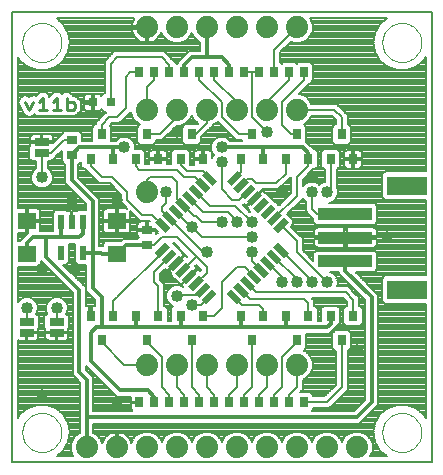
<source format=gtl>
G75*
G70*
%OFA0B0*%
%FSLAX24Y24*%
%IPPOS*%
%LPD*%
%AMOC8*
5,1,8,0,0,1.08239X$1,22.5*
%
%ADD10C,0.0080*%
%ADD11C,0.0100*%
%ADD12C,0.0740*%
%ADD13R,0.0276X0.0354*%
%ADD14R,0.0500X0.0220*%
%ADD15R,0.0220X0.0500*%
%ADD16R,0.0500X0.0250*%
%ADD17R,0.0630X0.0551*%
%ADD18R,0.0315X0.0315*%
%ADD19R,0.0354X0.0276*%
%ADD20R,0.0217X0.0472*%
%ADD21C,0.0000*%
%ADD22R,0.0315X0.0354*%
%ADD23R,0.1811X0.0394*%
%ADD24R,0.1339X0.0630*%
%ADD25C,0.0400*%
%ADD26C,0.0120*%
D10*
X010833Y007333D02*
X010833Y022333D01*
X024833Y022333D01*
X024833Y007333D01*
X010833Y007333D01*
X012327Y007533D02*
X012557Y007726D01*
X012721Y008010D01*
X012721Y008010D01*
X012778Y008333D01*
X012778Y008333D01*
X012721Y008656D01*
X012721Y008656D01*
X012557Y008940D01*
X012557Y008940D01*
X012306Y009151D01*
X011997Y009263D01*
X011669Y009263D01*
X011361Y009151D01*
X011110Y008940D01*
X011033Y008808D01*
X011033Y011400D01*
X011065Y011391D01*
X011311Y011391D01*
X011311Y011634D01*
X011356Y011634D01*
X011356Y011679D01*
X011723Y011679D01*
X011723Y011799D01*
X011743Y011819D01*
X011743Y012202D01*
X011650Y012295D01*
X011645Y012295D01*
X011693Y012412D01*
X011693Y012555D01*
X011639Y012687D01*
X011537Y012789D01*
X011405Y012843D01*
X011262Y012843D01*
X011129Y012789D01*
X011033Y012692D01*
X011033Y013847D01*
X011715Y013847D01*
X011808Y013940D01*
X011808Y014047D01*
X011892Y013963D01*
X012863Y012992D01*
X012863Y010242D01*
X012992Y010113D01*
X013113Y009992D01*
X013113Y008316D01*
X013033Y008283D01*
X012884Y008134D01*
X012803Y007939D01*
X012803Y007728D01*
X012884Y007533D01*
X012327Y007533D01*
X012420Y007611D02*
X012852Y007611D01*
X012819Y007690D02*
X012513Y007690D01*
X012557Y007726D02*
X012557Y007726D01*
X012557Y007726D01*
X012581Y007768D02*
X012803Y007768D01*
X012803Y007847D02*
X012626Y007847D01*
X012672Y007925D02*
X012803Y007925D01*
X012830Y008004D02*
X012717Y008004D01*
X012733Y008082D02*
X012863Y008082D01*
X012911Y008161D02*
X012747Y008161D01*
X012761Y008239D02*
X012990Y008239D01*
X013113Y008318D02*
X012775Y008318D01*
X012767Y008396D02*
X013113Y008396D01*
X013113Y008475D02*
X012753Y008475D01*
X012739Y008553D02*
X013113Y008553D01*
X013113Y008632D02*
X012725Y008632D01*
X012690Y008710D02*
X013113Y008710D01*
X013113Y008789D02*
X012644Y008789D01*
X012599Y008867D02*
X013113Y008867D01*
X013113Y008946D02*
X012550Y008946D01*
X012457Y009024D02*
X013113Y009024D01*
X013113Y009103D02*
X012363Y009103D01*
X012306Y009151D02*
X012306Y009151D01*
X012223Y009181D02*
X013113Y009181D01*
X013113Y009260D02*
X012007Y009260D01*
X011660Y009260D02*
X011033Y009260D01*
X011033Y009338D02*
X013113Y009338D01*
X013113Y009417D02*
X011033Y009417D01*
X011033Y009495D02*
X013113Y009495D01*
X013113Y009574D02*
X011033Y009574D01*
X011033Y009652D02*
X013113Y009652D01*
X013113Y009731D02*
X011033Y009731D01*
X011033Y009809D02*
X013113Y009809D01*
X013113Y009888D02*
X011033Y009888D01*
X011033Y009966D02*
X013113Y009966D01*
X013061Y010045D02*
X011033Y010045D01*
X011033Y010123D02*
X012982Y010123D01*
X012904Y010202D02*
X011033Y010202D01*
X011033Y010280D02*
X012863Y010280D01*
X012863Y010359D02*
X011033Y010359D01*
X011033Y010437D02*
X012863Y010437D01*
X012863Y010516D02*
X011033Y010516D01*
X011033Y010594D02*
X012863Y010594D01*
X012863Y010673D02*
X011033Y010673D01*
X011033Y010751D02*
X012863Y010751D01*
X012863Y010830D02*
X011033Y010830D01*
X011033Y010908D02*
X012863Y010908D01*
X012863Y010987D02*
X011033Y010987D01*
X011033Y011065D02*
X012863Y011065D01*
X012863Y011144D02*
X011033Y011144D01*
X011033Y011222D02*
X012863Y011222D01*
X012863Y011301D02*
X011033Y011301D01*
X011033Y011379D02*
X012863Y011379D01*
X012863Y011458D02*
X012703Y011458D01*
X012695Y011445D02*
X012714Y011477D01*
X012723Y011513D01*
X012723Y011634D01*
X012356Y011634D01*
X012356Y011679D01*
X012723Y011679D01*
X012723Y011799D01*
X012743Y011819D01*
X012743Y012202D01*
X012650Y012295D01*
X012645Y012295D01*
X012693Y012412D01*
X012693Y012555D01*
X012639Y012687D01*
X012537Y012789D01*
X012405Y012843D01*
X012262Y012843D01*
X012129Y012789D01*
X012028Y012687D01*
X011973Y012555D01*
X011973Y012412D01*
X012021Y012295D01*
X012017Y012295D01*
X011923Y012202D01*
X011923Y011819D01*
X011943Y011799D01*
X011943Y011679D01*
X012311Y011679D01*
X012311Y011634D01*
X011943Y011634D01*
X011943Y011513D01*
X011953Y011477D01*
X011971Y011445D01*
X011997Y011419D01*
X012029Y011401D01*
X012065Y011391D01*
X012311Y011391D01*
X012311Y011634D01*
X012356Y011634D01*
X012356Y011391D01*
X012602Y011391D01*
X012637Y011401D01*
X012669Y011419D01*
X012695Y011445D01*
X012723Y011536D02*
X012863Y011536D01*
X012863Y011615D02*
X012723Y011615D01*
X012723Y011693D02*
X012863Y011693D01*
X012863Y011772D02*
X012723Y011772D01*
X012743Y011850D02*
X012863Y011850D01*
X012863Y011929D02*
X012743Y011929D01*
X012743Y012007D02*
X012863Y012007D01*
X012863Y012086D02*
X012743Y012086D01*
X012743Y012164D02*
X012863Y012164D01*
X012863Y012243D02*
X012702Y012243D01*
X012656Y012321D02*
X012863Y012321D01*
X012863Y012400D02*
X012688Y012400D01*
X012693Y012478D02*
X012863Y012478D01*
X012863Y012557D02*
X012693Y012557D01*
X012660Y012635D02*
X012863Y012635D01*
X012863Y012714D02*
X012612Y012714D01*
X012528Y012792D02*
X012863Y012792D01*
X012863Y012871D02*
X011033Y012871D01*
X011033Y012949D02*
X012863Y012949D01*
X012828Y013028D02*
X011033Y013028D01*
X011033Y013106D02*
X012749Y013106D01*
X012671Y013185D02*
X011033Y013185D01*
X011033Y013263D02*
X012592Y013263D01*
X012514Y013342D02*
X011033Y013342D01*
X011033Y013420D02*
X012435Y013420D01*
X012357Y013499D02*
X011033Y013499D01*
X011033Y013577D02*
X012278Y013577D01*
X012200Y013656D02*
X011033Y013656D01*
X011033Y013734D02*
X012121Y013734D01*
X012043Y013813D02*
X011033Y013813D01*
X011759Y013891D02*
X011964Y013891D01*
X011886Y013970D02*
X011808Y013970D01*
X012553Y013925D02*
X012634Y013925D01*
X012728Y014019D01*
X012728Y014613D01*
X012939Y014613D01*
X012939Y014019D01*
X013033Y013925D01*
X013313Y013925D01*
X013313Y013042D01*
X013613Y012742D01*
X013613Y012544D01*
X013498Y012544D01*
X013498Y012266D01*
X013421Y012266D01*
X013421Y012544D01*
X013303Y012544D01*
X013303Y013174D01*
X013174Y013303D01*
X012553Y013925D01*
X012586Y013891D02*
X013313Y013891D01*
X013313Y013813D02*
X012665Y013813D01*
X012743Y013734D02*
X013313Y013734D01*
X013313Y013656D02*
X012822Y013656D01*
X012900Y013577D02*
X013313Y013577D01*
X013313Y013499D02*
X012979Y013499D01*
X013057Y013420D02*
X013313Y013420D01*
X013313Y013342D02*
X013136Y013342D01*
X013174Y013303D02*
X013174Y013303D01*
X013214Y013263D02*
X013313Y013263D01*
X013313Y013185D02*
X013293Y013185D01*
X013303Y013106D02*
X013313Y013106D01*
X013303Y013028D02*
X013328Y013028D01*
X013303Y012949D02*
X013406Y012949D01*
X013485Y012871D02*
X013303Y012871D01*
X013303Y012792D02*
X013563Y012792D01*
X013613Y012714D02*
X013303Y012714D01*
X013303Y012635D02*
X013613Y012635D01*
X013613Y012557D02*
X013303Y012557D01*
X013421Y012478D02*
X013498Y012478D01*
X013498Y012400D02*
X013421Y012400D01*
X013421Y012321D02*
X013498Y012321D01*
X014207Y012227D02*
X014207Y012707D01*
X014333Y012833D01*
X015859Y014359D01*
X015859Y014418D01*
X016082Y014195D02*
X015583Y013697D01*
X015583Y013333D01*
X015707Y013209D01*
X015707Y012227D01*
X016025Y012243D02*
X016142Y012243D01*
X016142Y012321D02*
X016025Y012321D01*
X016025Y012400D02*
X016142Y012400D01*
X016142Y012470D02*
X016214Y012543D01*
X016129Y012578D01*
X016028Y012679D01*
X015973Y012812D01*
X015973Y012955D01*
X016028Y013087D01*
X016129Y013189D01*
X016262Y013243D01*
X016405Y013243D01*
X016536Y013189D01*
X016485Y013241D01*
X016750Y013506D01*
X016728Y013527D01*
X016463Y013262D01*
X016390Y013335D01*
X016362Y013335D01*
X016112Y013584D01*
X016112Y013613D01*
X016039Y013686D01*
X016304Y013951D01*
X016283Y013972D01*
X016018Y013707D01*
X015947Y013778D01*
X015783Y013614D01*
X015783Y013416D01*
X015907Y013292D01*
X015907Y012564D01*
X015931Y012564D01*
X016025Y012470D01*
X016025Y012053D01*
X016142Y012053D01*
X016142Y012470D01*
X016150Y012478D02*
X016017Y012478D01*
X015938Y012557D02*
X016181Y012557D01*
X016072Y012635D02*
X015907Y012635D01*
X015907Y012714D02*
X016014Y012714D01*
X015981Y012792D02*
X015907Y012792D01*
X015907Y012871D02*
X015973Y012871D01*
X015973Y012949D02*
X015907Y012949D01*
X015907Y013028D02*
X016004Y013028D01*
X016047Y013106D02*
X015907Y013106D01*
X015907Y013185D02*
X016126Y013185D01*
X015907Y013263D02*
X016462Y013263D01*
X016465Y013263D02*
X016507Y013263D01*
X016543Y013342D02*
X016586Y013342D01*
X016622Y013420D02*
X016664Y013420D01*
X016700Y013499D02*
X016743Y013499D01*
X016771Y013527D02*
X016750Y013548D01*
X017015Y013813D01*
X016944Y013884D01*
X016972Y013912D01*
X017133Y013750D01*
X017133Y013748D01*
X017107Y013721D01*
X017036Y013792D01*
X016771Y013527D01*
X016779Y013577D02*
X016821Y013577D01*
X016857Y013656D02*
X016900Y013656D01*
X016936Y013734D02*
X016978Y013734D01*
X017014Y013813D02*
X017071Y013813D01*
X017094Y013734D02*
X017120Y013734D01*
X016992Y013891D02*
X016951Y013891D01*
X016958Y014181D02*
X016527Y013750D01*
X016325Y013972D02*
X016304Y013994D01*
X016569Y014259D01*
X016496Y014332D01*
X016496Y014360D01*
X016247Y014610D01*
X016223Y014633D01*
X016250Y014633D01*
X016689Y014195D01*
X016661Y014167D01*
X016591Y014238D01*
X016325Y013972D01*
X016286Y013970D02*
X016280Y013970D01*
X016244Y013891D02*
X016202Y013891D01*
X016166Y013813D02*
X016123Y013813D01*
X016087Y013734D02*
X016045Y013734D01*
X015991Y013734D02*
X015904Y013734D01*
X015825Y013656D02*
X016069Y013656D01*
X016119Y013577D02*
X015783Y013577D01*
X015783Y013499D02*
X016198Y013499D01*
X016276Y013420D02*
X015783Y013420D01*
X015858Y013342D02*
X016355Y013342D01*
X016972Y013304D02*
X017333Y013665D01*
X017333Y013833D01*
X016958Y014208D01*
X016958Y014181D01*
X016958Y014208D02*
X016333Y014833D01*
X015833Y014833D01*
X015577Y014577D01*
X015333Y014577D01*
X015062Y014847D02*
X015012Y014797D01*
X014537Y014797D01*
X014458Y014718D01*
X013952Y014718D01*
X013858Y014624D01*
X013858Y014541D01*
X013753Y014541D01*
X013753Y016124D01*
X013624Y016253D01*
X013053Y016824D01*
X013053Y017280D01*
X013077Y017280D01*
X013142Y017345D01*
X013142Y017196D01*
X013236Y017102D01*
X013281Y017102D01*
X013376Y017007D01*
X013750Y016633D01*
X014100Y016633D01*
X014483Y016250D01*
X014483Y016000D01*
X014600Y015883D01*
X014600Y015883D01*
X014690Y015794D01*
X014667Y015800D01*
X014373Y015800D01*
X014373Y015425D01*
X014293Y015425D01*
X014293Y015800D01*
X014000Y015800D01*
X013964Y015791D01*
X013932Y015772D01*
X013906Y015746D01*
X013888Y015714D01*
X013878Y015679D01*
X013878Y015425D01*
X014293Y015425D01*
X014293Y015345D01*
X013878Y015345D01*
X013878Y015090D01*
X013888Y015055D01*
X013906Y015023D01*
X013932Y014997D01*
X013964Y014978D01*
X014000Y014969D01*
X014293Y014969D01*
X014293Y015345D01*
X014373Y015345D01*
X014373Y015425D01*
X014788Y015425D01*
X014788Y015679D01*
X014782Y015702D01*
X015100Y015383D01*
X015442Y015383D01*
X014373Y015383D01*
X014373Y015345D02*
X014788Y015345D01*
X014788Y015090D01*
X014779Y015055D01*
X014760Y015023D01*
X014734Y014997D01*
X014702Y014978D01*
X014667Y014969D01*
X014373Y014969D01*
X014373Y015345D01*
X014373Y015304D02*
X014293Y015304D01*
X014293Y015226D02*
X014373Y015226D01*
X014373Y015147D02*
X014293Y015147D01*
X014293Y015069D02*
X014373Y015069D01*
X014373Y014990D02*
X014293Y014990D01*
X014495Y014755D02*
X013753Y014755D01*
X013753Y014833D02*
X015048Y014833D01*
X015062Y014847D02*
X015044Y014865D01*
X015026Y014897D01*
X015016Y014933D01*
X015016Y015060D01*
X015304Y015060D01*
X015304Y015118D01*
X015016Y015118D01*
X015016Y015245D01*
X015026Y015281D01*
X015044Y015313D01*
X015070Y015339D01*
X015102Y015357D01*
X015138Y015367D01*
X015304Y015367D01*
X015304Y015118D01*
X015362Y015118D01*
X015362Y015367D01*
X015444Y015367D01*
X015444Y015381D01*
X015442Y015383D01*
X015362Y015304D02*
X015304Y015304D01*
X015304Y015226D02*
X015362Y015226D01*
X015362Y015147D02*
X015304Y015147D01*
X015362Y015118D02*
X015608Y015118D01*
X015722Y015004D01*
X015650Y014933D01*
X015650Y015060D01*
X015362Y015060D01*
X015362Y015118D01*
X015362Y015069D02*
X015657Y015069D01*
X015650Y014990D02*
X015707Y014990D01*
X015859Y015249D02*
X015524Y015583D01*
X015183Y015583D01*
X014683Y016083D01*
X014683Y016333D01*
X014183Y016833D01*
X013833Y016833D01*
X013459Y017207D01*
X013459Y017440D01*
X013142Y017267D02*
X013053Y017267D01*
X013053Y017188D02*
X013150Y017188D01*
X013228Y017110D02*
X013053Y017110D01*
X013053Y017031D02*
X013352Y017031D01*
X013431Y016953D02*
X013053Y016953D01*
X013053Y016874D02*
X013509Y016874D01*
X013588Y016796D02*
X013082Y016796D01*
X013160Y016717D02*
X013666Y016717D01*
X013745Y016639D02*
X013239Y016639D01*
X013317Y016560D02*
X014173Y016560D01*
X014252Y016482D02*
X013396Y016482D01*
X013474Y016403D02*
X014330Y016403D01*
X014409Y016325D02*
X013553Y016325D01*
X013631Y016246D02*
X014483Y016246D01*
X014483Y016168D02*
X013710Y016168D01*
X013753Y016089D02*
X014483Y016089D01*
X014483Y016011D02*
X013753Y016011D01*
X013753Y015932D02*
X014551Y015932D01*
X014630Y015854D02*
X013753Y015854D01*
X013753Y015775D02*
X013938Y015775D01*
X013883Y015697D02*
X013753Y015697D01*
X013753Y015618D02*
X013878Y015618D01*
X013878Y015540D02*
X013753Y015540D01*
X013753Y015461D02*
X013878Y015461D01*
X013753Y015383D02*
X014293Y015383D01*
X014293Y015461D02*
X014373Y015461D01*
X014373Y015540D02*
X014293Y015540D01*
X014293Y015618D02*
X014373Y015618D01*
X014373Y015697D02*
X014293Y015697D01*
X014293Y015775D02*
X014373Y015775D01*
X014783Y015697D02*
X014787Y015697D01*
X014788Y015618D02*
X014865Y015618D01*
X014788Y015540D02*
X014944Y015540D01*
X015022Y015461D02*
X014788Y015461D01*
X014788Y015304D02*
X015039Y015304D01*
X015016Y015226D02*
X014788Y015226D01*
X014788Y015147D02*
X015016Y015147D01*
X015016Y014990D02*
X014723Y014990D01*
X014782Y015069D02*
X015304Y015069D01*
X015022Y014912D02*
X013753Y014912D01*
X013753Y014990D02*
X013944Y014990D01*
X013884Y015069D02*
X013753Y015069D01*
X013753Y015147D02*
X013878Y015147D01*
X013878Y015226D02*
X013753Y015226D01*
X013753Y015304D02*
X013878Y015304D01*
X013313Y015741D02*
X013313Y015942D01*
X012742Y016513D01*
X012742Y016513D01*
X012613Y016642D01*
X012613Y017280D01*
X012590Y017280D01*
X012496Y017373D01*
X012496Y017713D01*
X012356Y017573D01*
X012239Y017456D01*
X012235Y017456D01*
X012150Y017371D01*
X012033Y017371D01*
X012033Y017140D01*
X012037Y017139D01*
X012139Y017037D01*
X012193Y016905D01*
X012193Y016762D01*
X012139Y016629D01*
X012037Y016528D01*
X011905Y016473D01*
X011762Y016473D01*
X011629Y016528D01*
X011528Y016629D01*
X011473Y016762D01*
X011473Y016905D01*
X011528Y017037D01*
X011629Y017139D01*
X011633Y017140D01*
X011633Y017371D01*
X011517Y017371D01*
X011423Y017465D01*
X011423Y017847D01*
X011443Y017867D01*
X011443Y017988D01*
X011811Y017988D01*
X011811Y018033D01*
X011811Y018275D01*
X011565Y018275D01*
X011529Y018266D01*
X011497Y018248D01*
X011471Y018221D01*
X011453Y018190D01*
X011443Y018154D01*
X011443Y018033D01*
X011811Y018033D01*
X011856Y018033D01*
X012223Y018033D01*
X012223Y018154D01*
X012214Y018190D01*
X012195Y018221D01*
X012169Y018248D01*
X012137Y018266D01*
X012102Y018275D01*
X011856Y018275D01*
X011856Y018033D01*
X011856Y017988D01*
X012205Y017988D01*
X012496Y018279D01*
X012496Y018293D01*
X012590Y018387D01*
X013077Y018387D01*
X013170Y018293D01*
X013170Y018053D01*
X013516Y018053D01*
X013516Y018510D01*
X013610Y018604D01*
X013633Y018604D01*
X013633Y018666D01*
X013750Y018783D01*
X013983Y019016D01*
X013905Y019016D01*
X013816Y019105D01*
X013808Y019090D01*
X013781Y019064D01*
X013750Y019045D01*
X013714Y019036D01*
X013577Y019036D01*
X013577Y019295D01*
X013499Y019295D01*
X013241Y019295D01*
X013241Y019157D01*
X013250Y019122D01*
X013269Y019090D01*
X013295Y019064D01*
X013327Y019045D01*
X013362Y019036D01*
X013499Y019036D01*
X013499Y019295D01*
X013499Y019372D01*
X013241Y019372D01*
X013241Y019509D01*
X013250Y019545D01*
X013269Y019577D01*
X013295Y019603D01*
X013327Y019621D01*
X013362Y019631D01*
X013499Y019631D01*
X013499Y019372D01*
X013577Y019372D01*
X013577Y019631D01*
X013714Y019631D01*
X013750Y019621D01*
X013781Y019603D01*
X013808Y019577D01*
X013816Y019562D01*
X013905Y019651D01*
X013929Y019651D01*
X013929Y020711D01*
X014250Y021033D01*
X015916Y021033D01*
X016033Y020916D01*
X016277Y020672D01*
X016277Y020670D01*
X016281Y020670D01*
X016333Y020619D01*
X016369Y020655D01*
X016369Y020680D01*
X016613Y020924D01*
X016613Y020924D01*
X016742Y021053D01*
X017113Y021053D01*
X017113Y021351D01*
X017033Y021384D01*
X016884Y021533D01*
X016833Y021655D01*
X016783Y021533D01*
X016634Y021384D01*
X016439Y021303D01*
X016228Y021303D01*
X016033Y021384D01*
X015884Y021533D01*
X015821Y021685D01*
X015806Y021638D01*
X015770Y021566D01*
X015722Y021501D01*
X015666Y021444D01*
X015601Y021397D01*
X015529Y021361D01*
X015453Y021336D01*
X015373Y021323D01*
X015373Y021323D01*
X015373Y021793D01*
X015293Y021793D01*
X015293Y021323D01*
X015293Y021323D01*
X015214Y021336D01*
X015138Y021361D01*
X015066Y021397D01*
X015001Y021444D01*
X014944Y021501D01*
X014897Y021566D01*
X014861Y021638D01*
X014836Y021714D01*
X014823Y021793D01*
X014823Y021793D01*
X015293Y021793D01*
X015293Y021873D01*
X014823Y021873D01*
X014823Y021873D01*
X014836Y021953D01*
X014861Y022029D01*
X014897Y022101D01*
X014921Y022133D01*
X012327Y022133D01*
X012557Y021940D01*
X012557Y021940D01*
X012721Y021656D01*
X012721Y021656D01*
X012778Y021333D01*
X012778Y021333D01*
X012721Y021010D01*
X012721Y021010D01*
X012557Y020726D01*
X012557Y020726D01*
X012557Y020726D01*
X012306Y020516D01*
X012306Y020516D01*
X011997Y020403D01*
X011669Y020403D01*
X011361Y020516D01*
X011110Y020726D01*
X011110Y020726D01*
X011033Y020859D01*
X011033Y015800D01*
X011293Y015800D01*
X011293Y015425D01*
X011373Y015425D01*
X011373Y015800D01*
X011667Y015800D01*
X011702Y015791D01*
X011734Y015772D01*
X011760Y015746D01*
X011779Y015714D01*
X011788Y015679D01*
X011788Y015425D01*
X011373Y015425D01*
X011373Y015345D01*
X011788Y015345D01*
X011788Y015090D01*
X011779Y015055D01*
X011778Y015053D01*
X012191Y015053D01*
X012191Y015648D01*
X012285Y015741D01*
X012634Y015741D01*
X012666Y015709D01*
X012671Y015712D01*
X012707Y015721D01*
X012819Y015721D01*
X012819Y015359D01*
X012847Y015359D01*
X012847Y015721D01*
X012960Y015721D01*
X012996Y015712D01*
X013000Y015709D01*
X013033Y015741D01*
X013313Y015741D01*
X013313Y015775D02*
X011729Y015775D01*
X011783Y015697D02*
X012240Y015697D01*
X012191Y015618D02*
X011788Y015618D01*
X011788Y015540D02*
X012191Y015540D01*
X012191Y015461D02*
X011788Y015461D01*
X011788Y015304D02*
X012191Y015304D01*
X012191Y015226D02*
X011788Y015226D01*
X011788Y015147D02*
X012191Y015147D01*
X012191Y015069D02*
X011782Y015069D01*
X011373Y015069D02*
X011293Y015069D01*
X011293Y015147D02*
X011373Y015147D01*
X011373Y015226D02*
X011293Y015226D01*
X011293Y015304D02*
X011373Y015304D01*
X011373Y015345D02*
X011373Y014984D01*
X011242Y014853D01*
X011113Y014724D01*
X011113Y014718D01*
X011033Y014718D01*
X011033Y014969D01*
X011293Y014969D01*
X011293Y015345D01*
X011373Y015345D01*
X011373Y015383D02*
X012191Y015383D01*
X012819Y015383D02*
X012847Y015383D01*
X012847Y015461D02*
X012819Y015461D01*
X012819Y015540D02*
X012847Y015540D01*
X012847Y015618D02*
X012819Y015618D01*
X012819Y015697D02*
X012847Y015697D01*
X013313Y015854D02*
X011033Y015854D01*
X011033Y015932D02*
X013313Y015932D01*
X013245Y016011D02*
X011033Y016011D01*
X011033Y016089D02*
X013166Y016089D01*
X013088Y016168D02*
X011033Y016168D01*
X011033Y016246D02*
X013009Y016246D01*
X012931Y016325D02*
X011033Y016325D01*
X011033Y016403D02*
X012852Y016403D01*
X012774Y016482D02*
X011925Y016482D01*
X012069Y016560D02*
X012695Y016560D01*
X012617Y016639D02*
X012142Y016639D01*
X012175Y016717D02*
X012613Y016717D01*
X012613Y016796D02*
X012193Y016796D01*
X012193Y016874D02*
X012613Y016874D01*
X012613Y016953D02*
X012173Y016953D01*
X012141Y017031D02*
X012613Y017031D01*
X012613Y017110D02*
X012066Y017110D01*
X012033Y017188D02*
X012613Y017188D01*
X012613Y017267D02*
X012033Y017267D01*
X012033Y017345D02*
X012524Y017345D01*
X012496Y017424D02*
X012202Y017424D01*
X012285Y017502D02*
X012496Y017502D01*
X012496Y017581D02*
X012364Y017581D01*
X012442Y017659D02*
X012496Y017659D01*
X012156Y017656D02*
X011833Y017656D01*
X011833Y016833D01*
X011493Y016953D02*
X011033Y016953D01*
X011033Y017031D02*
X011526Y017031D01*
X011601Y017110D02*
X011033Y017110D01*
X011033Y017188D02*
X011633Y017188D01*
X011633Y017267D02*
X011033Y017267D01*
X011033Y017345D02*
X011633Y017345D01*
X011464Y017424D02*
X011033Y017424D01*
X011033Y017502D02*
X011423Y017502D01*
X011423Y017581D02*
X011033Y017581D01*
X011033Y017659D02*
X011423Y017659D01*
X011423Y017738D02*
X011033Y017738D01*
X011033Y017816D02*
X011423Y017816D01*
X011443Y017895D02*
X011033Y017895D01*
X011033Y017973D02*
X011443Y017973D01*
X011443Y018052D02*
X011033Y018052D01*
X011033Y018130D02*
X011443Y018130D01*
X011464Y018209D02*
X011033Y018209D01*
X011033Y018287D02*
X012496Y018287D01*
X012426Y018209D02*
X012203Y018209D01*
X012223Y018130D02*
X012348Y018130D01*
X012269Y018052D02*
X012223Y018052D01*
X011856Y018052D02*
X011811Y018052D01*
X011811Y018130D02*
X011856Y018130D01*
X011856Y018209D02*
X011811Y018209D01*
X012156Y017656D02*
X012589Y018089D01*
X012833Y018089D01*
X013170Y018130D02*
X013516Y018130D01*
X013516Y018209D02*
X013170Y018209D01*
X013170Y018287D02*
X013516Y018287D01*
X013516Y018366D02*
X013098Y018366D01*
X013516Y018444D02*
X011033Y018444D01*
X011033Y018366D02*
X012569Y018366D01*
X012578Y018873D02*
X012952Y018873D01*
X013018Y018940D01*
X013141Y019063D01*
X013141Y019370D01*
X013075Y019437D01*
X012952Y019560D01*
X012875Y019560D01*
X012875Y019571D01*
X012751Y019694D01*
X012578Y019694D01*
X012501Y019617D01*
X012425Y019694D01*
X012251Y019694D01*
X012128Y019571D01*
X012087Y019530D01*
X012087Y019571D01*
X011964Y019694D01*
X011790Y019694D01*
X011667Y019571D01*
X011638Y019541D01*
X011566Y019577D01*
X011417Y019527D01*
X011267Y019577D01*
X011112Y019499D01*
X011057Y019334D01*
X011222Y019003D01*
X011245Y018934D01*
X011260Y018927D01*
X011268Y018912D01*
X011336Y018889D01*
X011401Y018857D01*
X011417Y018862D01*
X011433Y018857D01*
X011497Y018889D01*
X011566Y018912D01*
X011573Y018927D01*
X011588Y018934D01*
X011590Y018940D01*
X011657Y018873D01*
X012098Y018873D01*
X012107Y018883D01*
X012117Y018873D01*
X012558Y018873D01*
X012568Y018883D01*
X012578Y018873D01*
X012994Y018915D02*
X013883Y018915D01*
X013961Y018994D02*
X013072Y018994D01*
X013141Y019072D02*
X013286Y019072D01*
X013242Y019151D02*
X013141Y019151D01*
X013141Y019229D02*
X013241Y019229D01*
X013141Y019308D02*
X013499Y019308D01*
X013499Y019386D02*
X013577Y019386D01*
X013577Y019465D02*
X013499Y019465D01*
X013499Y019543D02*
X013577Y019543D01*
X013577Y019622D02*
X013499Y019622D01*
X013329Y019622D02*
X012823Y019622D01*
X012969Y019543D02*
X013250Y019543D01*
X013241Y019465D02*
X013047Y019465D01*
X013126Y019386D02*
X013241Y019386D01*
X013499Y019229D02*
X013577Y019229D01*
X013577Y019151D02*
X013499Y019151D01*
X013499Y019072D02*
X013577Y019072D01*
X013790Y019072D02*
X013848Y019072D01*
X013804Y018837D02*
X011033Y018837D01*
X011033Y018915D02*
X011266Y018915D01*
X011225Y018994D02*
X011033Y018994D01*
X011033Y019072D02*
X011187Y019072D01*
X011148Y019151D02*
X011033Y019151D01*
X011033Y019229D02*
X011109Y019229D01*
X011070Y019308D02*
X011033Y019308D01*
X011033Y019386D02*
X011074Y019386D01*
X011100Y019465D02*
X011033Y019465D01*
X011033Y019543D02*
X011200Y019543D01*
X011368Y019543D02*
X011466Y019543D01*
X011634Y019543D02*
X011640Y019543D01*
X011718Y019622D02*
X011033Y019622D01*
X011033Y019700D02*
X013929Y019700D01*
X013929Y019779D02*
X011033Y019779D01*
X011033Y019857D02*
X013929Y019857D01*
X013929Y019936D02*
X011033Y019936D01*
X011033Y020014D02*
X013929Y020014D01*
X013929Y020093D02*
X011033Y020093D01*
X011033Y020171D02*
X013929Y020171D01*
X013929Y020250D02*
X011033Y020250D01*
X011033Y020328D02*
X013929Y020328D01*
X013929Y020407D02*
X012007Y020407D01*
X012223Y020485D02*
X013929Y020485D01*
X013929Y020564D02*
X012363Y020564D01*
X012457Y020642D02*
X013929Y020642D01*
X013938Y020721D02*
X012550Y020721D01*
X012599Y020799D02*
X014017Y020799D01*
X014095Y020878D02*
X012644Y020878D01*
X012690Y020956D02*
X014174Y020956D01*
X014333Y020833D02*
X014129Y020629D01*
X014129Y019333D01*
X013876Y019622D02*
X013747Y019622D01*
X012506Y019622D02*
X012496Y019622D01*
X012179Y019622D02*
X012036Y019622D01*
X012087Y019543D02*
X012100Y019543D01*
X011615Y018915D02*
X011568Y018915D01*
X011033Y018758D02*
X013726Y018758D01*
X013647Y018680D02*
X011033Y018680D01*
X011033Y018601D02*
X013607Y018601D01*
X013529Y018523D02*
X011033Y018523D01*
X011033Y016874D02*
X011473Y016874D01*
X011473Y016796D02*
X011033Y016796D01*
X011033Y016717D02*
X011492Y016717D01*
X011524Y016639D02*
X011033Y016639D01*
X011033Y016560D02*
X011597Y016560D01*
X011741Y016482D02*
X011033Y016482D01*
X011293Y015775D02*
X011373Y015775D01*
X011373Y015697D02*
X011293Y015697D01*
X011293Y015618D02*
X011373Y015618D01*
X011373Y015540D02*
X011293Y015540D01*
X011293Y015461D02*
X011373Y015461D01*
X011373Y014990D02*
X011293Y014990D01*
X011301Y014912D02*
X011033Y014912D01*
X011033Y014833D02*
X011222Y014833D01*
X011144Y014755D02*
X011033Y014755D01*
X012728Y014598D02*
X012939Y014598D01*
X012939Y014519D02*
X012728Y014519D01*
X012728Y014441D02*
X012939Y014441D01*
X012939Y014362D02*
X012728Y014362D01*
X012728Y014284D02*
X012939Y014284D01*
X012939Y014205D02*
X012728Y014205D01*
X012728Y014127D02*
X012939Y014127D01*
X012939Y014048D02*
X012728Y014048D01*
X012678Y013970D02*
X012988Y013970D01*
X013753Y014598D02*
X013858Y014598D01*
X013911Y014676D02*
X013753Y014676D01*
X015833Y015720D02*
X015833Y015833D01*
X015983Y015983D01*
X015983Y016333D01*
X016333Y016111D02*
X016333Y016683D01*
X016183Y016833D01*
X015433Y016833D01*
X015333Y016733D01*
X015333Y016333D01*
X016333Y016111D02*
X016527Y015917D01*
X016911Y015533D01*
X016983Y015533D01*
X017183Y015333D01*
X017833Y015333D01*
X018033Y015683D02*
X017206Y015683D01*
X016750Y016140D01*
X016972Y016362D02*
X017451Y015883D01*
X018283Y015883D01*
X018833Y015333D01*
X018784Y015693D02*
X018762Y015693D01*
X018758Y015692D01*
X018532Y015917D01*
X018560Y015945D01*
X018631Y015875D01*
X018896Y016140D01*
X018917Y016118D01*
X018652Y015853D01*
X018725Y015780D01*
X018725Y015752D01*
X018784Y015693D01*
X018780Y015697D02*
X018753Y015697D01*
X018725Y015775D02*
X018674Y015775D01*
X018652Y015854D02*
X018596Y015854D01*
X018573Y015932D02*
X018547Y015932D01*
X018688Y015932D02*
X018731Y015932D01*
X018767Y016011D02*
X018809Y016011D01*
X018845Y016089D02*
X018888Y016089D01*
X018938Y016140D02*
X019203Y016405D01*
X019277Y016332D01*
X019305Y016332D01*
X019554Y016082D01*
X019734Y015903D01*
X020133Y016303D01*
X020133Y016850D01*
X020042Y016759D01*
X019716Y016433D01*
X019175Y016433D01*
X019182Y016426D01*
X018917Y016161D01*
X018938Y016140D01*
X018924Y016168D02*
X018966Y016168D01*
X019002Y016246D02*
X019045Y016246D01*
X019081Y016325D02*
X019123Y016325D01*
X019159Y016403D02*
X019202Y016403D01*
X019205Y016403D02*
X020133Y016403D01*
X020133Y016325D02*
X019312Y016325D01*
X019390Y016246D02*
X020077Y016246D01*
X019999Y016168D02*
X019469Y016168D01*
X019547Y016089D02*
X019920Y016089D01*
X019842Y016011D02*
X019626Y016011D01*
X019704Y015932D02*
X019763Y015932D01*
X020016Y015620D02*
X020527Y016131D01*
X020528Y016129D01*
X020629Y016028D01*
X020633Y016027D01*
X020633Y015700D01*
X020750Y015583D01*
X020890Y015444D01*
X020890Y015354D01*
X020984Y015260D01*
X022927Y015260D01*
X023021Y015354D01*
X023021Y015880D01*
X022927Y015974D01*
X021406Y015974D01*
X021537Y016028D01*
X021639Y016129D01*
X021693Y016262D01*
X021693Y016405D01*
X021659Y016487D01*
X021659Y017102D01*
X021683Y017102D01*
X021777Y017196D01*
X021777Y017683D01*
X021683Y017777D01*
X021236Y017777D01*
X021142Y017683D01*
X021142Y017196D01*
X021236Y017102D01*
X021259Y017102D01*
X021259Y016692D01*
X021129Y016639D01*
X021083Y016592D01*
X021037Y016639D01*
X021036Y016639D02*
X021130Y016639D01*
X021037Y016639D02*
X020905Y016693D01*
X020762Y016693D01*
X020629Y016639D01*
X020533Y016542D01*
X020533Y016750D01*
X020885Y017102D01*
X020931Y017102D01*
X021025Y017196D01*
X021025Y017683D01*
X020931Y017777D01*
X020901Y017777D01*
X020753Y017924D01*
X020753Y017924D01*
X020651Y018027D01*
X020651Y018510D01*
X020558Y018603D01*
X020634Y018634D01*
X020783Y018783D01*
X020824Y018883D01*
X021500Y018883D01*
X021633Y018750D01*
X021633Y018604D01*
X021610Y018604D01*
X021516Y018510D01*
X021516Y018023D01*
X021610Y017929D01*
X022057Y017929D01*
X022151Y018023D01*
X022151Y018510D01*
X022057Y018604D01*
X022033Y018604D01*
X022033Y018916D01*
X021666Y019283D01*
X020824Y019283D01*
X020783Y019384D01*
X020634Y019533D01*
X020439Y019613D01*
X020396Y019613D01*
X020672Y019889D01*
X020779Y019996D01*
X020793Y019996D01*
X020887Y020090D01*
X020887Y020577D01*
X020793Y020670D01*
X020385Y020670D01*
X020333Y020619D01*
X020281Y020670D01*
X019873Y020670D01*
X019833Y020630D01*
X019793Y020670D01*
X019789Y020670D01*
X019789Y021006D01*
X020128Y021345D01*
X020228Y021303D01*
X020439Y021303D01*
X020634Y021384D01*
X020783Y021533D01*
X020863Y021728D01*
X020863Y021939D01*
X020783Y022133D01*
X023340Y022133D01*
X023110Y021940D01*
X022946Y021656D01*
X022889Y021333D01*
X022946Y021010D01*
X023110Y020726D01*
X023361Y020516D01*
X023669Y020403D01*
X023997Y020403D01*
X024306Y020516D01*
X024557Y020726D01*
X024633Y020859D01*
X024633Y017037D01*
X023267Y017037D01*
X023173Y016943D01*
X023173Y016180D01*
X023267Y016087D01*
X024633Y016087D01*
X024633Y013572D01*
X023267Y013572D01*
X023173Y013478D01*
X023173Y012716D01*
X023267Y012622D01*
X024633Y012622D01*
X024633Y008808D01*
X024557Y008940D01*
X024557Y008940D01*
X024306Y009151D01*
X024306Y009151D01*
X023997Y009263D01*
X023669Y009263D01*
X023361Y009151D01*
X023110Y008940D01*
X022946Y008656D01*
X022889Y008333D01*
X022946Y008010D01*
X023110Y007726D01*
X023340Y007533D01*
X022783Y007533D01*
X022863Y007728D01*
X022863Y007939D01*
X022783Y008134D01*
X022634Y008283D01*
X022439Y008363D01*
X022228Y008363D01*
X022033Y008283D01*
X021884Y008134D01*
X021833Y008011D01*
X021783Y008134D01*
X021634Y008283D01*
X021439Y008363D01*
X021228Y008363D01*
X021033Y008283D01*
X020884Y008134D01*
X020833Y008011D01*
X020783Y008134D01*
X020634Y008283D01*
X020439Y008363D01*
X020228Y008363D01*
X020033Y008283D01*
X019884Y008134D01*
X019833Y008011D01*
X019783Y008134D01*
X019634Y008283D01*
X019439Y008363D01*
X019228Y008363D01*
X019033Y008283D01*
X018884Y008134D01*
X018833Y008011D01*
X018783Y008134D01*
X018634Y008283D01*
X018439Y008363D01*
X018228Y008363D01*
X018033Y008283D01*
X017884Y008134D01*
X017833Y008011D01*
X017783Y008134D01*
X017634Y008283D01*
X017439Y008363D01*
X017228Y008363D01*
X017033Y008283D01*
X016884Y008134D01*
X016833Y008011D01*
X016783Y008134D01*
X016634Y008283D01*
X016439Y008363D01*
X016228Y008363D01*
X016033Y008283D01*
X015884Y008134D01*
X015833Y008011D01*
X015783Y008134D01*
X015634Y008283D01*
X015439Y008363D01*
X015228Y008363D01*
X015033Y008283D01*
X014884Y008134D01*
X014821Y007982D01*
X014806Y008029D01*
X014770Y008101D01*
X014722Y008166D01*
X014666Y008222D01*
X014601Y008270D01*
X014529Y008306D01*
X014453Y008331D01*
X014373Y008343D01*
X014373Y007873D01*
X014293Y007873D01*
X014293Y008343D01*
X014214Y008331D01*
X014138Y008306D01*
X014066Y008270D01*
X014001Y008222D01*
X013944Y008166D01*
X013897Y008101D01*
X013861Y008029D01*
X013845Y007982D01*
X013783Y008134D01*
X013634Y008283D01*
X013553Y008316D01*
X013553Y008613D01*
X022424Y008613D01*
X022553Y008742D01*
X023053Y009242D01*
X023053Y012924D01*
X022924Y013053D01*
X022293Y013685D01*
X022927Y013685D01*
X023021Y013779D01*
X023021Y014305D01*
X022927Y014399D01*
X020984Y014399D01*
X020890Y014305D01*
X020890Y014060D01*
X020533Y014416D01*
X020533Y014806D01*
X020416Y014923D01*
X020140Y015199D01*
X020222Y015282D01*
X020222Y015414D01*
X020016Y015620D01*
X020018Y015618D02*
X020715Y015618D01*
X020637Y015697D02*
X020093Y015697D01*
X020172Y015775D02*
X020633Y015775D01*
X020633Y015854D02*
X020250Y015854D01*
X020329Y015932D02*
X020633Y015932D01*
X020633Y016011D02*
X020407Y016011D01*
X020486Y016089D02*
X020568Y016089D01*
X020333Y016220D02*
X020333Y016833D01*
X020707Y017207D01*
X020707Y017440D01*
X021025Y017424D02*
X021142Y017424D01*
X021142Y017502D02*
X021025Y017502D01*
X021025Y017581D02*
X021142Y017581D01*
X021142Y017659D02*
X021025Y017659D01*
X020970Y017738D02*
X021197Y017738D01*
X020861Y017816D02*
X024633Y017816D01*
X024633Y017738D02*
X022435Y017738D01*
X022451Y017729D02*
X022419Y017747D01*
X022383Y017757D01*
X022246Y017757D01*
X022246Y017478D01*
X022505Y017478D01*
X022505Y017635D01*
X022495Y017671D01*
X022477Y017703D01*
X022451Y017729D01*
X022498Y017659D02*
X024633Y017659D01*
X024633Y017581D02*
X022505Y017581D01*
X022505Y017502D02*
X024633Y017502D01*
X024633Y017424D02*
X022246Y017424D01*
X022246Y017401D02*
X022246Y017478D01*
X022169Y017478D01*
X022169Y017401D01*
X022246Y017401D01*
X022505Y017401D01*
X022505Y017244D01*
X022495Y017208D01*
X022477Y017177D01*
X022451Y017150D01*
X022419Y017132D01*
X022383Y017122D01*
X022246Y017122D01*
X022246Y017401D01*
X022246Y017345D02*
X022169Y017345D01*
X022169Y017401D02*
X022169Y017122D01*
X022031Y017122D01*
X021996Y017132D01*
X021964Y017150D01*
X021938Y017177D01*
X021919Y017208D01*
X021910Y017244D01*
X021910Y017401D01*
X022169Y017401D01*
X022169Y017424D02*
X021777Y017424D01*
X021777Y017502D02*
X021910Y017502D01*
X021910Y017478D02*
X022169Y017478D01*
X022169Y017757D01*
X022031Y017757D01*
X021996Y017747D01*
X021964Y017729D01*
X021938Y017703D01*
X021919Y017671D01*
X021910Y017635D01*
X021910Y017478D01*
X021910Y017581D02*
X021777Y017581D01*
X021777Y017659D02*
X021916Y017659D01*
X021980Y017738D02*
X021722Y017738D01*
X021565Y017973D02*
X020704Y017973D01*
X020651Y018052D02*
X021516Y018052D01*
X021516Y018130D02*
X020651Y018130D01*
X020651Y018209D02*
X021516Y018209D01*
X021516Y018287D02*
X020651Y018287D01*
X020651Y018366D02*
X021516Y018366D01*
X021516Y018444D02*
X020651Y018444D01*
X020638Y018523D02*
X021529Y018523D01*
X021607Y018601D02*
X020559Y018601D01*
X020679Y018680D02*
X021633Y018680D01*
X021625Y018758D02*
X020758Y018758D01*
X020805Y018837D02*
X021547Y018837D01*
X021583Y019083D02*
X021833Y018833D01*
X021833Y018266D01*
X022151Y018287D02*
X024633Y018287D01*
X024633Y018209D02*
X022151Y018209D01*
X022151Y018130D02*
X024633Y018130D01*
X024633Y018052D02*
X022151Y018052D01*
X022101Y017973D02*
X024633Y017973D01*
X024633Y017895D02*
X020783Y017895D01*
X020333Y018266D02*
X020150Y018266D01*
X019833Y018583D01*
X019833Y019333D01*
X020589Y020089D01*
X020589Y020333D01*
X020887Y020328D02*
X024633Y020328D01*
X024633Y020250D02*
X020887Y020250D01*
X020887Y020171D02*
X024633Y020171D01*
X024633Y020093D02*
X020887Y020093D01*
X020811Y020014D02*
X024633Y020014D01*
X024633Y019936D02*
X020719Y019936D01*
X020640Y019857D02*
X024633Y019857D01*
X024633Y019779D02*
X020562Y019779D01*
X020483Y019700D02*
X024633Y019700D01*
X024633Y019622D02*
X020405Y019622D01*
X020608Y019543D02*
X024633Y019543D01*
X024633Y019465D02*
X020701Y019465D01*
X020780Y019386D02*
X024633Y019386D01*
X024633Y019308D02*
X020814Y019308D01*
X020333Y019083D02*
X021583Y019083D01*
X021720Y019229D02*
X024633Y019229D01*
X024633Y019151D02*
X021799Y019151D01*
X021877Y019072D02*
X024633Y019072D01*
X024633Y018994D02*
X021956Y018994D01*
X022033Y018915D02*
X024633Y018915D01*
X024633Y018837D02*
X022033Y018837D01*
X022033Y018758D02*
X024633Y018758D01*
X024633Y018680D02*
X022033Y018680D01*
X022059Y018601D02*
X024633Y018601D01*
X024633Y018523D02*
X022138Y018523D01*
X022151Y018444D02*
X024633Y018444D01*
X024633Y018366D02*
X022151Y018366D01*
X022169Y017738D02*
X022246Y017738D01*
X022246Y017659D02*
X022169Y017659D01*
X022169Y017581D02*
X022246Y017581D01*
X022246Y017502D02*
X022169Y017502D01*
X022169Y017267D02*
X022246Y017267D01*
X022246Y017188D02*
X022169Y017188D01*
X021931Y017188D02*
X021769Y017188D01*
X021777Y017267D02*
X021910Y017267D01*
X021910Y017345D02*
X021777Y017345D01*
X021690Y017110D02*
X024633Y017110D01*
X024633Y017188D02*
X022484Y017188D01*
X022505Y017267D02*
X024633Y017267D01*
X024633Y017345D02*
X022505Y017345D01*
X023183Y016953D02*
X021659Y016953D01*
X021659Y017031D02*
X023262Y017031D01*
X023173Y016874D02*
X021659Y016874D01*
X021659Y016796D02*
X023173Y016796D01*
X023173Y016717D02*
X021659Y016717D01*
X021659Y016639D02*
X023173Y016639D01*
X023173Y016560D02*
X021659Y016560D01*
X021661Y016482D02*
X023173Y016482D01*
X023173Y016403D02*
X021693Y016403D01*
X021693Y016325D02*
X023173Y016325D01*
X023173Y016246D02*
X021687Y016246D01*
X021654Y016168D02*
X023186Y016168D01*
X023264Y016089D02*
X021598Y016089D01*
X021495Y016011D02*
X024633Y016011D01*
X024633Y015932D02*
X022968Y015932D01*
X023021Y015854D02*
X024633Y015854D01*
X024633Y015775D02*
X023021Y015775D01*
X023021Y015697D02*
X024633Y015697D01*
X024633Y015618D02*
X023021Y015618D01*
X023021Y015540D02*
X024633Y015540D01*
X024633Y015461D02*
X023021Y015461D01*
X023021Y015383D02*
X024633Y015383D01*
X024633Y015304D02*
X022972Y015304D01*
X022915Y015157D02*
X022879Y015166D01*
X021995Y015166D01*
X021995Y014869D01*
X021915Y014869D01*
X021915Y014789D01*
X021995Y014789D01*
X021995Y014493D01*
X022879Y014493D01*
X022915Y014502D01*
X022947Y014521D01*
X022973Y014547D01*
X022991Y014579D01*
X023001Y014614D01*
X023001Y014789D01*
X021995Y014789D01*
X021995Y014869D01*
X023001Y014869D01*
X023001Y015045D01*
X022991Y015080D01*
X022973Y015112D01*
X022947Y015138D01*
X022915Y015157D01*
X022931Y015147D02*
X024633Y015147D01*
X024633Y015069D02*
X022994Y015069D01*
X023001Y014990D02*
X024633Y014990D01*
X024633Y014912D02*
X023001Y014912D01*
X023001Y014755D02*
X024633Y014755D01*
X024633Y014833D02*
X021995Y014833D01*
X021995Y014755D02*
X021915Y014755D01*
X021915Y014789D02*
X021915Y014493D01*
X021031Y014493D01*
X020996Y014502D01*
X020964Y014521D01*
X020938Y014547D01*
X020919Y014579D01*
X020910Y014614D01*
X020910Y014789D01*
X021915Y014789D01*
X021915Y014833D02*
X020506Y014833D01*
X020533Y014755D02*
X020910Y014755D01*
X020910Y014676D02*
X020533Y014676D01*
X020533Y014598D02*
X020914Y014598D01*
X020966Y014519D02*
X020533Y014519D01*
X020533Y014441D02*
X024633Y014441D01*
X024633Y014519D02*
X022945Y014519D01*
X022997Y014598D02*
X024633Y014598D01*
X024633Y014676D02*
X023001Y014676D01*
X022964Y014362D02*
X024633Y014362D01*
X024633Y014284D02*
X023021Y014284D01*
X023021Y014205D02*
X024633Y014205D01*
X024633Y014127D02*
X023021Y014127D01*
X023021Y014048D02*
X024633Y014048D01*
X024633Y013970D02*
X023021Y013970D01*
X023021Y013891D02*
X024633Y013891D01*
X024633Y013813D02*
X023021Y013813D01*
X022976Y013734D02*
X024633Y013734D01*
X024633Y013656D02*
X022322Y013656D01*
X022400Y013577D02*
X024633Y013577D01*
X023194Y013499D02*
X022479Y013499D01*
X022557Y013420D02*
X023173Y013420D01*
X023173Y013342D02*
X022636Y013342D01*
X022714Y013263D02*
X023173Y013263D01*
X023173Y013185D02*
X022793Y013185D01*
X022871Y013106D02*
X023173Y013106D01*
X023173Y013028D02*
X022950Y013028D01*
X022924Y013053D02*
X022924Y013053D01*
X023028Y012949D02*
X023173Y012949D01*
X023173Y012871D02*
X023053Y012871D01*
X023053Y012792D02*
X023173Y012792D01*
X023175Y012714D02*
X023053Y012714D01*
X023053Y012635D02*
X023254Y012635D01*
X023053Y012557D02*
X024633Y012557D01*
X024633Y012478D02*
X023053Y012478D01*
X023053Y012400D02*
X024633Y012400D01*
X024633Y012321D02*
X023053Y012321D01*
X023053Y012243D02*
X024633Y012243D01*
X024633Y012164D02*
X023053Y012164D01*
X023053Y012086D02*
X024633Y012086D01*
X024633Y012007D02*
X023053Y012007D01*
X023053Y011929D02*
X024633Y011929D01*
X024633Y011850D02*
X023053Y011850D01*
X023053Y011772D02*
X024633Y011772D01*
X024633Y011693D02*
X023053Y011693D01*
X023053Y011615D02*
X024633Y011615D01*
X024633Y011536D02*
X023053Y011536D01*
X023053Y011458D02*
X024633Y011458D01*
X024633Y011379D02*
X023053Y011379D01*
X023053Y011301D02*
X024633Y011301D01*
X024633Y011222D02*
X023053Y011222D01*
X023053Y011144D02*
X024633Y011144D01*
X024633Y011065D02*
X023053Y011065D01*
X023053Y010987D02*
X024633Y010987D01*
X024633Y010908D02*
X023053Y010908D01*
X023053Y010830D02*
X024633Y010830D01*
X024633Y010751D02*
X023053Y010751D01*
X023053Y010673D02*
X024633Y010673D01*
X024633Y010594D02*
X023053Y010594D01*
X023053Y010516D02*
X024633Y010516D01*
X024633Y010437D02*
X023053Y010437D01*
X023053Y010359D02*
X024633Y010359D01*
X024633Y010280D02*
X023053Y010280D01*
X023053Y010202D02*
X024633Y010202D01*
X024633Y010123D02*
X023053Y010123D01*
X023053Y010045D02*
X024633Y010045D01*
X024633Y009966D02*
X023053Y009966D01*
X023053Y009888D02*
X024633Y009888D01*
X024633Y009809D02*
X023053Y009809D01*
X023053Y009731D02*
X024633Y009731D01*
X024633Y009652D02*
X023053Y009652D01*
X023053Y009574D02*
X024633Y009574D01*
X024633Y009495D02*
X023053Y009495D01*
X023053Y009417D02*
X024633Y009417D01*
X024633Y009338D02*
X023053Y009338D01*
X023053Y009260D02*
X023660Y009260D01*
X023444Y009181D02*
X022992Y009181D01*
X022914Y009103D02*
X023304Y009103D01*
X023361Y009151D02*
X023361Y009151D01*
X023210Y009024D02*
X022835Y009024D01*
X022757Y008946D02*
X023116Y008946D01*
X023110Y008940D02*
X023110Y008940D01*
X023110Y008940D01*
X023068Y008867D02*
X022678Y008867D01*
X022600Y008789D02*
X023022Y008789D01*
X022977Y008710D02*
X022521Y008710D01*
X022443Y008632D02*
X022942Y008632D01*
X022946Y008656D02*
X022946Y008656D01*
X022928Y008553D02*
X013553Y008553D01*
X013553Y008475D02*
X022914Y008475D01*
X022900Y008396D02*
X013553Y008396D01*
X013553Y008318D02*
X014174Y008318D01*
X014293Y008318D02*
X014373Y008318D01*
X014373Y008343D02*
X014373Y008343D01*
X014293Y008343D02*
X014293Y008343D01*
X014293Y008239D02*
X014373Y008239D01*
X014373Y008161D02*
X014293Y008161D01*
X014293Y008082D02*
X014373Y008082D01*
X014373Y008004D02*
X014293Y008004D01*
X014293Y007925D02*
X014373Y007925D01*
X014726Y008161D02*
X014911Y008161D01*
X014863Y008082D02*
X014779Y008082D01*
X014814Y008004D02*
X014830Y008004D01*
X014990Y008239D02*
X014642Y008239D01*
X014493Y008318D02*
X015118Y008318D01*
X015549Y008318D02*
X016118Y008318D01*
X015990Y008239D02*
X015677Y008239D01*
X015755Y008161D02*
X015911Y008161D01*
X015863Y008082D02*
X015804Y008082D01*
X016549Y008318D02*
X017118Y008318D01*
X016990Y008239D02*
X016677Y008239D01*
X016755Y008161D02*
X016911Y008161D01*
X016863Y008082D02*
X016804Y008082D01*
X017549Y008318D02*
X018118Y008318D01*
X017990Y008239D02*
X017677Y008239D01*
X017755Y008161D02*
X017911Y008161D01*
X017863Y008082D02*
X017804Y008082D01*
X018549Y008318D02*
X019118Y008318D01*
X018990Y008239D02*
X018677Y008239D01*
X018755Y008161D02*
X018911Y008161D01*
X018863Y008082D02*
X018804Y008082D01*
X019549Y008318D02*
X020118Y008318D01*
X019990Y008239D02*
X019677Y008239D01*
X019755Y008161D02*
X019911Y008161D01*
X019863Y008082D02*
X019804Y008082D01*
X020549Y008318D02*
X021118Y008318D01*
X020990Y008239D02*
X020677Y008239D01*
X020755Y008161D02*
X020911Y008161D01*
X020863Y008082D02*
X020804Y008082D01*
X021549Y008318D02*
X022118Y008318D01*
X021990Y008239D02*
X021677Y008239D01*
X021755Y008161D02*
X021911Y008161D01*
X021863Y008082D02*
X021804Y008082D01*
X022549Y008318D02*
X022892Y008318D01*
X022889Y008333D02*
X022889Y008333D01*
X022906Y008239D02*
X022677Y008239D01*
X022755Y008161D02*
X022919Y008161D01*
X022933Y008082D02*
X022804Y008082D01*
X022836Y008004D02*
X022950Y008004D01*
X022946Y008010D02*
X022946Y008010D01*
X022995Y007925D02*
X022863Y007925D01*
X022863Y007847D02*
X023040Y007847D01*
X023086Y007768D02*
X022863Y007768D01*
X022848Y007690D02*
X023153Y007690D01*
X023110Y007726D02*
X023110Y007726D01*
X023247Y007611D02*
X022815Y007611D01*
X024599Y008867D02*
X024633Y008867D01*
X024633Y008946D02*
X024550Y008946D01*
X024633Y009024D02*
X024457Y009024D01*
X024363Y009103D02*
X024633Y009103D01*
X024633Y009181D02*
X024223Y009181D01*
X024007Y009260D02*
X024633Y009260D01*
X022613Y009424D02*
X022242Y009053D01*
X020850Y009053D01*
X020887Y009090D01*
X020887Y009133D01*
X021416Y009133D01*
X021533Y009250D01*
X022033Y009750D01*
X022033Y011063D01*
X022057Y011063D01*
X022151Y011157D01*
X022151Y011644D01*
X022057Y011737D01*
X021610Y011737D01*
X021516Y011644D01*
X021516Y011157D01*
X021610Y011063D01*
X021633Y011063D01*
X021633Y009916D01*
X021250Y009533D01*
X020887Y009533D01*
X020887Y009577D01*
X020793Y009670D01*
X020453Y009670D01*
X020533Y009750D01*
X020533Y010093D01*
X020634Y010134D01*
X020783Y010283D01*
X020863Y010478D01*
X020863Y010689D01*
X020783Y010884D01*
X020634Y011033D01*
X020558Y011064D01*
X020651Y011157D01*
X020651Y011613D01*
X021424Y011613D01*
X021550Y011739D01*
X021550Y011739D01*
X021679Y011868D01*
X021679Y011890D01*
X021683Y011890D01*
X021777Y011984D01*
X021777Y012470D01*
X021683Y012564D01*
X021236Y012564D01*
X021142Y012470D01*
X021142Y012053D01*
X021025Y012053D01*
X021025Y012470D01*
X020931Y012564D01*
X020907Y012564D01*
X020907Y012742D01*
X020841Y012808D01*
X021875Y012808D01*
X022007Y012676D01*
X022007Y012564D01*
X021984Y012564D01*
X021890Y012470D01*
X021890Y011984D01*
X021984Y011890D01*
X022431Y011890D01*
X022525Y011984D01*
X022525Y012470D01*
X022431Y012564D01*
X022407Y012564D01*
X022407Y012842D01*
X022290Y012959D01*
X022041Y013208D01*
X021671Y013208D01*
X021693Y013262D01*
X021693Y013405D01*
X021639Y013537D01*
X021537Y013639D01*
X021425Y013685D01*
X021735Y013685D01*
X021735Y013620D01*
X021864Y013491D01*
X021864Y013491D01*
X022613Y012742D01*
X022613Y009424D01*
X022606Y009417D02*
X021700Y009417D01*
X021778Y009495D02*
X022613Y009495D01*
X022613Y009574D02*
X021857Y009574D01*
X021935Y009652D02*
X022613Y009652D01*
X022613Y009731D02*
X022014Y009731D01*
X022033Y009809D02*
X022613Y009809D01*
X022613Y009888D02*
X022033Y009888D01*
X022033Y009966D02*
X022613Y009966D01*
X022613Y010045D02*
X022033Y010045D01*
X022033Y010123D02*
X022613Y010123D01*
X022613Y010202D02*
X022033Y010202D01*
X022033Y010280D02*
X022613Y010280D01*
X022613Y010359D02*
X022033Y010359D01*
X022033Y010437D02*
X022613Y010437D01*
X022613Y010516D02*
X022033Y010516D01*
X022033Y010594D02*
X022613Y010594D01*
X022613Y010673D02*
X022033Y010673D01*
X022033Y010751D02*
X022613Y010751D01*
X022613Y010830D02*
X022033Y010830D01*
X022033Y010908D02*
X022613Y010908D01*
X022613Y010987D02*
X022033Y010987D01*
X022059Y011065D02*
X022613Y011065D01*
X022613Y011144D02*
X022138Y011144D01*
X022151Y011222D02*
X022613Y011222D01*
X022613Y011301D02*
X022151Y011301D01*
X022151Y011379D02*
X022613Y011379D01*
X022613Y011458D02*
X022151Y011458D01*
X022151Y011536D02*
X022613Y011536D01*
X022613Y011615D02*
X022151Y011615D01*
X022101Y011693D02*
X022613Y011693D01*
X022613Y011772D02*
X021583Y011772D01*
X021565Y011693D02*
X021504Y011693D01*
X021516Y011615D02*
X021426Y011615D01*
X021516Y011536D02*
X020651Y011536D01*
X020651Y011458D02*
X021516Y011458D01*
X021516Y011379D02*
X020651Y011379D01*
X020651Y011301D02*
X021516Y011301D01*
X021516Y011222D02*
X020651Y011222D01*
X020638Y011144D02*
X021529Y011144D01*
X021607Y011065D02*
X020559Y011065D01*
X020679Y010987D02*
X021633Y010987D01*
X021633Y010908D02*
X020758Y010908D01*
X020805Y010830D02*
X021633Y010830D01*
X021633Y010751D02*
X020837Y010751D01*
X020863Y010673D02*
X021633Y010673D01*
X021633Y010594D02*
X020863Y010594D01*
X020863Y010516D02*
X021633Y010516D01*
X021633Y010437D02*
X020847Y010437D01*
X020814Y010359D02*
X021633Y010359D01*
X021633Y010280D02*
X020780Y010280D01*
X020701Y010202D02*
X021633Y010202D01*
X021633Y010123D02*
X020608Y010123D01*
X020533Y010045D02*
X021633Y010045D01*
X021633Y009966D02*
X020533Y009966D01*
X020533Y009888D02*
X021605Y009888D01*
X021526Y009809D02*
X020533Y009809D01*
X020514Y009731D02*
X021448Y009731D01*
X021369Y009652D02*
X020811Y009652D01*
X020887Y009574D02*
X021291Y009574D01*
X021333Y009333D02*
X020589Y009333D01*
X020887Y009103D02*
X022292Y009103D01*
X022370Y009181D02*
X021464Y009181D01*
X021543Y009260D02*
X022449Y009260D01*
X022527Y009338D02*
X021621Y009338D01*
X021333Y009333D02*
X021833Y009833D01*
X021833Y011400D01*
X021661Y011850D02*
X022613Y011850D01*
X022613Y011929D02*
X022470Y011929D01*
X022525Y012007D02*
X022613Y012007D01*
X022613Y012086D02*
X022525Y012086D01*
X022525Y012164D02*
X022613Y012164D01*
X022613Y012243D02*
X022525Y012243D01*
X022525Y012321D02*
X022613Y012321D01*
X022613Y012400D02*
X022525Y012400D01*
X022517Y012478D02*
X022613Y012478D01*
X022613Y012557D02*
X022438Y012557D01*
X022407Y012635D02*
X022613Y012635D01*
X022613Y012714D02*
X022407Y012714D01*
X022407Y012792D02*
X022563Y012792D01*
X022485Y012871D02*
X022379Y012871D01*
X022406Y012949D02*
X022300Y012949D01*
X022328Y013028D02*
X022222Y013028D01*
X022249Y013106D02*
X022143Y013106D01*
X022171Y013185D02*
X022065Y013185D01*
X022092Y013263D02*
X021693Y013263D01*
X021693Y013342D02*
X022014Y013342D01*
X021935Y013420D02*
X021687Y013420D01*
X021654Y013499D02*
X021857Y013499D01*
X021778Y013577D02*
X021598Y013577D01*
X021495Y013656D02*
X021735Y013656D01*
X021333Y013333D02*
X020333Y014333D01*
X020333Y014723D01*
X019808Y015249D01*
X019585Y015472D02*
X020333Y016220D01*
X020833Y016333D02*
X020833Y015783D01*
X021000Y015617D01*
X021955Y015617D01*
X021915Y015166D02*
X021031Y015166D01*
X020996Y015157D01*
X020964Y015138D01*
X020938Y015112D01*
X020919Y015080D01*
X020910Y015045D01*
X020910Y014869D01*
X021915Y014869D01*
X021915Y015166D01*
X021915Y015147D02*
X021995Y015147D01*
X021995Y015069D02*
X021915Y015069D01*
X021915Y014990D02*
X021995Y014990D01*
X021995Y014912D02*
X021915Y014912D01*
X021915Y014676D02*
X021995Y014676D01*
X021995Y014598D02*
X021915Y014598D01*
X021915Y014519D02*
X021995Y014519D01*
X020947Y014362D02*
X020587Y014362D01*
X020666Y014284D02*
X020890Y014284D01*
X020890Y014205D02*
X020744Y014205D01*
X020823Y014127D02*
X020890Y014127D01*
X020833Y013392D02*
X019808Y014418D01*
X019585Y014195D02*
X020333Y013447D01*
X020333Y013333D01*
X019833Y013333D02*
X019833Y013501D01*
X019362Y013972D01*
X019140Y013750D02*
X018833Y014056D01*
X018833Y014333D01*
X018833Y014833D02*
X017183Y014833D01*
X016833Y015183D01*
X016815Y015183D01*
X016304Y015694D01*
X016082Y015472D02*
X015833Y015720D01*
X016082Y015472D02*
X017220Y014333D01*
X017333Y014333D01*
X016678Y014205D02*
X016623Y014205D01*
X016558Y014205D02*
X016516Y014205D01*
X016544Y014284D02*
X016600Y014284D01*
X016521Y014362D02*
X016494Y014362D01*
X016443Y014441D02*
X016416Y014441D01*
X016364Y014519D02*
X016337Y014519D01*
X016286Y014598D02*
X016259Y014598D01*
X016437Y014127D02*
X016480Y014127D01*
X016401Y014048D02*
X016359Y014048D01*
X017833Y013333D02*
X017833Y012483D01*
X017577Y012227D01*
X017207Y012227D01*
X017142Y012583D02*
X016833Y012583D01*
X017142Y012583D02*
X017418Y012859D01*
X017195Y013082D02*
X017017Y012903D01*
X016353Y012903D01*
X016333Y012883D01*
X016142Y012164D02*
X016025Y012164D01*
X016025Y012086D02*
X016142Y012086D01*
X016833Y011400D02*
X016833Y009833D01*
X017077Y009589D01*
X017077Y009333D01*
X016589Y009333D02*
X016589Y009577D01*
X016333Y009833D01*
X016333Y010583D01*
X015833Y010833D02*
X015333Y011333D01*
X015333Y011400D01*
X015833Y010833D02*
X015833Y009833D01*
X016077Y009589D01*
X016077Y009333D01*
X015049Y009338D02*
X013553Y009338D01*
X013553Y009260D02*
X014800Y009260D01*
X014800Y009304D02*
X014800Y009138D01*
X014809Y009102D01*
X014828Y009070D01*
X014844Y009053D01*
X013553Y009053D01*
X013553Y009992D01*
X013553Y010174D01*
X013303Y010424D01*
X013303Y010552D01*
X014342Y009513D01*
X014800Y009513D01*
X014800Y009362D01*
X015049Y009362D01*
X015049Y009304D01*
X014800Y009304D01*
X014800Y009417D02*
X013553Y009417D01*
X013553Y009495D02*
X014800Y009495D01*
X014282Y009574D02*
X013553Y009574D01*
X013553Y009652D02*
X014203Y009652D01*
X014125Y009731D02*
X013553Y009731D01*
X013553Y009809D02*
X014046Y009809D01*
X013968Y009888D02*
X013553Y009888D01*
X013553Y009966D02*
X013889Y009966D01*
X013811Y010045D02*
X013553Y010045D01*
X013553Y010123D02*
X013732Y010123D01*
X013654Y010202D02*
X013526Y010202D01*
X013575Y010280D02*
X013447Y010280D01*
X013497Y010359D02*
X013369Y010359D01*
X013418Y010437D02*
X013303Y010437D01*
X013303Y010516D02*
X013340Y010516D01*
X013833Y011333D02*
X014583Y010583D01*
X015333Y010583D01*
X013833Y011333D02*
X013833Y011400D01*
X012356Y011458D02*
X012311Y011458D01*
X012311Y011536D02*
X012356Y011536D01*
X012356Y011615D02*
X012311Y011615D01*
X011943Y011615D02*
X011723Y011615D01*
X011723Y011634D02*
X011723Y011513D01*
X011714Y011477D01*
X011695Y011445D01*
X011669Y011419D01*
X011637Y011401D01*
X011602Y011391D01*
X011356Y011391D01*
X011356Y011634D01*
X011723Y011634D01*
X011723Y011693D02*
X011943Y011693D01*
X011943Y011772D02*
X011723Y011772D01*
X011743Y011850D02*
X011923Y011850D01*
X011923Y011929D02*
X011743Y011929D01*
X011743Y012007D02*
X011923Y012007D01*
X011923Y012086D02*
X011743Y012086D01*
X011743Y012164D02*
X011923Y012164D01*
X011964Y012243D02*
X011702Y012243D01*
X011656Y012321D02*
X012011Y012321D01*
X011978Y012400D02*
X011688Y012400D01*
X011693Y012478D02*
X011973Y012478D01*
X011974Y012557D02*
X011693Y012557D01*
X011660Y012635D02*
X012007Y012635D01*
X012055Y012714D02*
X011612Y012714D01*
X011528Y012792D02*
X012139Y012792D01*
X012333Y012483D02*
X012333Y012010D01*
X011943Y011536D02*
X011723Y011536D01*
X011703Y011458D02*
X011964Y011458D01*
X011356Y011458D02*
X011311Y011458D01*
X011311Y011536D02*
X011356Y011536D01*
X011356Y011615D02*
X011311Y011615D01*
X011333Y012010D02*
X011333Y012483D01*
X011055Y012714D02*
X011033Y012714D01*
X011033Y012792D02*
X011139Y012792D01*
X011033Y009181D02*
X011444Y009181D01*
X011361Y009151D02*
X011361Y009151D01*
X011304Y009103D02*
X011033Y009103D01*
X011033Y009024D02*
X011210Y009024D01*
X011116Y008946D02*
X011033Y008946D01*
X011110Y008940D02*
X011110Y008940D01*
X011110Y008940D01*
X011068Y008867D02*
X011033Y008867D01*
X013553Y009103D02*
X014809Y009103D01*
X014800Y009181D02*
X013553Y009181D01*
X013677Y008239D02*
X014024Y008239D01*
X013941Y008161D02*
X013755Y008161D01*
X013804Y008082D02*
X013888Y008082D01*
X013852Y008004D02*
X013836Y008004D01*
X017333Y009833D02*
X017589Y009577D01*
X017589Y009333D01*
X018077Y009333D02*
X018077Y009577D01*
X018333Y009833D01*
X018333Y010583D01*
X017333Y010583D02*
X017333Y009833D01*
X018589Y009589D02*
X018589Y009333D01*
X018589Y009589D02*
X018833Y009833D01*
X018833Y011400D01*
X019207Y012227D02*
X019207Y012459D01*
X019083Y012583D01*
X018524Y012583D01*
X018249Y012859D01*
X018472Y013082D02*
X018770Y012783D01*
X020583Y012783D01*
X020707Y012659D01*
X020707Y012227D01*
X021025Y012243D02*
X021142Y012243D01*
X021142Y012321D02*
X021025Y012321D01*
X021025Y012400D02*
X021142Y012400D01*
X021150Y012478D02*
X021017Y012478D01*
X020938Y012557D02*
X021228Y012557D01*
X020907Y012635D02*
X022007Y012635D01*
X021976Y012557D02*
X021690Y012557D01*
X021769Y012478D02*
X021898Y012478D01*
X021890Y012400D02*
X021777Y012400D01*
X021777Y012321D02*
X021890Y012321D01*
X021890Y012243D02*
X021777Y012243D01*
X021777Y012164D02*
X021890Y012164D01*
X021890Y012086D02*
X021777Y012086D01*
X021777Y012007D02*
X021890Y012007D01*
X021945Y011929D02*
X021722Y011929D01*
X022207Y012227D02*
X022207Y012759D01*
X021958Y013008D01*
X018990Y013008D01*
X018694Y013304D01*
X018917Y013527D02*
X018611Y013833D01*
X018333Y013833D01*
X017833Y013333D01*
X020349Y014990D02*
X020910Y014990D01*
X020910Y014912D02*
X020428Y014912D01*
X020271Y015069D02*
X020916Y015069D01*
X020980Y015147D02*
X020192Y015147D01*
X020167Y015226D02*
X024633Y015226D01*
X021459Y016459D02*
X021459Y017440D01*
X021142Y017345D02*
X021025Y017345D01*
X021025Y017267D02*
X021142Y017267D01*
X021150Y017188D02*
X021017Y017188D01*
X020938Y017110D02*
X021228Y017110D01*
X021259Y017031D02*
X020814Y017031D01*
X020736Y016953D02*
X021259Y016953D01*
X021259Y016874D02*
X020657Y016874D01*
X020579Y016796D02*
X021259Y016796D01*
X021259Y016717D02*
X020533Y016717D01*
X020533Y016639D02*
X020630Y016639D01*
X020551Y016560D02*
X020533Y016560D01*
X020133Y016560D02*
X019843Y016560D01*
X019765Y016482D02*
X020133Y016482D01*
X020133Y016639D02*
X019922Y016639D01*
X020000Y016717D02*
X020133Y016717D01*
X020133Y016796D02*
X020079Y016796D01*
X019959Y016959D02*
X019959Y017440D01*
X019959Y016959D02*
X019633Y016633D01*
X018983Y016633D01*
X018833Y016783D01*
X018670Y016783D01*
X018472Y016585D01*
X018694Y016362D02*
X018415Y016083D01*
X018183Y016083D01*
X017833Y016433D01*
X017833Y017333D01*
X017505Y017481D02*
X017505Y017635D01*
X017495Y017671D01*
X017477Y017703D01*
X017451Y017729D01*
X017419Y017747D01*
X017383Y017757D01*
X017246Y017757D01*
X017246Y017478D01*
X017169Y017478D01*
X017169Y017401D01*
X016910Y017401D01*
X016910Y017244D01*
X016913Y017233D01*
X016777Y017233D01*
X016777Y017683D01*
X016683Y017777D01*
X016236Y017777D01*
X016142Y017683D01*
X016142Y017283D01*
X016005Y017283D01*
X016005Y017401D01*
X015746Y017401D01*
X015746Y017478D01*
X016005Y017478D01*
X016005Y017635D01*
X015995Y017671D01*
X015977Y017703D01*
X015951Y017729D01*
X015919Y017747D01*
X015883Y017757D01*
X015746Y017757D01*
X015746Y017478D01*
X015669Y017478D01*
X015669Y017401D01*
X015410Y017401D01*
X015410Y017283D01*
X015277Y017283D01*
X015277Y017683D01*
X015183Y017777D01*
X014943Y017777D01*
X014943Y017905D01*
X014889Y018037D01*
X014787Y018139D01*
X014655Y018193D01*
X014512Y018193D01*
X014379Y018139D01*
X014294Y018053D01*
X014151Y018053D01*
X014151Y018510D01*
X014097Y018564D01*
X014166Y018633D01*
X014416Y018633D01*
X014533Y018750D01*
X014533Y018750D01*
X014803Y019020D01*
X014803Y018978D01*
X014884Y018783D01*
X015033Y018634D01*
X015109Y018603D01*
X015016Y018510D01*
X015016Y018023D01*
X015110Y017929D01*
X015557Y017929D01*
X015651Y018023D01*
X015651Y018066D01*
X015849Y018066D01*
X016336Y018553D01*
X016439Y018553D01*
X016634Y018634D01*
X016783Y018783D01*
X016833Y018905D01*
X016884Y018783D01*
X017033Y018634D01*
X017046Y018629D01*
X017021Y018604D01*
X016610Y018604D01*
X016516Y018510D01*
X016516Y018023D01*
X016610Y017929D01*
X017057Y017929D01*
X017151Y018023D01*
X017151Y018168D01*
X017416Y018433D01*
X017533Y018550D01*
X017533Y018593D01*
X017634Y018634D01*
X017692Y018692D01*
X017750Y018633D01*
X018317Y018066D01*
X018516Y018066D01*
X018516Y018053D01*
X018122Y018053D01*
X018037Y018139D01*
X017905Y018193D01*
X017762Y018193D01*
X017629Y018139D01*
X017528Y018037D01*
X017473Y017905D01*
X017473Y017762D01*
X017528Y017629D01*
X017574Y017583D01*
X017528Y017537D01*
X017505Y017481D01*
X017505Y017502D02*
X017514Y017502D01*
X017505Y017581D02*
X017572Y017581D01*
X017516Y017659D02*
X017498Y017659D01*
X017483Y017738D02*
X017435Y017738D01*
X017473Y017816D02*
X014943Y017816D01*
X014943Y017895D02*
X017473Y017895D01*
X017502Y017973D02*
X017101Y017973D01*
X017151Y018052D02*
X017543Y018052D01*
X017621Y018130D02*
X017151Y018130D01*
X017192Y018209D02*
X018175Y018209D01*
X018096Y018287D02*
X017270Y018287D01*
X017349Y018366D02*
X018018Y018366D01*
X017939Y018444D02*
X017427Y018444D01*
X017506Y018523D02*
X017861Y018523D01*
X017782Y018601D02*
X017555Y018601D01*
X017679Y018680D02*
X017704Y018680D01*
X017833Y018833D02*
X017833Y019333D01*
X017077Y020089D01*
X017077Y020333D01*
X017589Y020333D02*
X017589Y020077D01*
X018333Y019333D01*
X018333Y019083D01*
X017833Y018833D02*
X018400Y018266D01*
X018833Y018266D01*
X019333Y018333D02*
X018833Y018833D01*
X018833Y020333D01*
X019077Y020333D01*
X018833Y020333D02*
X018589Y020333D01*
X019589Y020333D02*
X019589Y021089D01*
X020333Y021833D01*
X020863Y021820D02*
X023040Y021820D01*
X022995Y021741D02*
X020863Y021741D01*
X020836Y021663D02*
X022950Y021663D01*
X022946Y021656D02*
X022946Y021656D01*
X022933Y021584D02*
X020804Y021584D01*
X020755Y021506D02*
X022919Y021506D01*
X022906Y021427D02*
X020677Y021427D01*
X020549Y021349D02*
X022892Y021349D01*
X022889Y021333D02*
X022889Y021333D01*
X022900Y021270D02*
X020053Y021270D01*
X019975Y021192D02*
X022914Y021192D01*
X022928Y021113D02*
X019896Y021113D01*
X019818Y021035D02*
X022942Y021035D01*
X022946Y021010D02*
X022946Y021010D01*
X022977Y020956D02*
X019789Y020956D01*
X019789Y020878D02*
X023022Y020878D01*
X023068Y020799D02*
X019789Y020799D01*
X019789Y020721D02*
X023116Y020721D01*
X023110Y020726D02*
X023110Y020726D01*
X023210Y020642D02*
X020821Y020642D01*
X020887Y020564D02*
X023304Y020564D01*
X023361Y020516D02*
X023361Y020516D01*
X023444Y020485D02*
X020887Y020485D01*
X020887Y020407D02*
X023660Y020407D01*
X024007Y020407D02*
X024633Y020407D01*
X024633Y020485D02*
X024223Y020485D01*
X024306Y020516D02*
X024306Y020516D01*
X024363Y020564D02*
X024633Y020564D01*
X024633Y020642D02*
X024457Y020642D01*
X024550Y020721D02*
X024633Y020721D01*
X024557Y020726D02*
X024557Y020726D01*
X024557Y020726D01*
X024599Y020799D02*
X024633Y020799D01*
X023153Y021977D02*
X020848Y021977D01*
X020863Y021898D02*
X023086Y021898D01*
X023110Y021940D02*
X023110Y021940D01*
X023110Y021940D01*
X023247Y022055D02*
X020815Y022055D01*
X020357Y020642D02*
X020310Y020642D01*
X019845Y020642D02*
X019821Y020642D01*
X020077Y020333D02*
X020077Y020077D01*
X019333Y019333D01*
X019333Y019083D01*
X018253Y018130D02*
X018045Y018130D01*
X017246Y017738D02*
X017169Y017738D01*
X017169Y017757D02*
X017031Y017757D01*
X016996Y017747D01*
X016964Y017729D01*
X016938Y017703D01*
X016919Y017671D01*
X016910Y017635D01*
X016910Y017478D01*
X017169Y017478D01*
X017169Y017757D01*
X017169Y017659D02*
X017246Y017659D01*
X017246Y017581D02*
X017169Y017581D01*
X017169Y017502D02*
X017246Y017502D01*
X017169Y017424D02*
X016777Y017424D01*
X016777Y017502D02*
X016910Y017502D01*
X016910Y017581D02*
X016777Y017581D01*
X016777Y017659D02*
X016916Y017659D01*
X016980Y017738D02*
X016722Y017738D01*
X016565Y017973D02*
X015601Y017973D01*
X015651Y018052D02*
X016516Y018052D01*
X016516Y018130D02*
X015913Y018130D01*
X015992Y018209D02*
X016516Y018209D01*
X016516Y018287D02*
X016070Y018287D01*
X016149Y018366D02*
X016516Y018366D01*
X016516Y018444D02*
X016227Y018444D01*
X016306Y018523D02*
X016529Y018523D01*
X016555Y018601D02*
X016607Y018601D01*
X016679Y018680D02*
X016987Y018680D01*
X016909Y018758D02*
X016758Y018758D01*
X016805Y018837D02*
X016862Y018837D01*
X017333Y018633D02*
X017333Y019083D01*
X017333Y018633D02*
X016966Y018266D01*
X016833Y018266D01*
X016333Y018833D02*
X016333Y019083D01*
X016333Y018833D02*
X015766Y018266D01*
X015333Y018266D01*
X015016Y018287D02*
X014151Y018287D01*
X014151Y018209D02*
X015016Y018209D01*
X015016Y018130D02*
X014795Y018130D01*
X014874Y018052D02*
X015016Y018052D01*
X015065Y017973D02*
X014915Y017973D01*
X015222Y017738D02*
X015480Y017738D01*
X015496Y017747D02*
X015464Y017729D01*
X015438Y017703D01*
X015419Y017671D01*
X015410Y017635D01*
X015410Y017478D01*
X015669Y017478D01*
X015669Y017757D01*
X015531Y017757D01*
X015496Y017747D01*
X015416Y017659D02*
X015277Y017659D01*
X015277Y017581D02*
X015410Y017581D01*
X015410Y017502D02*
X015277Y017502D01*
X015277Y017424D02*
X015669Y017424D01*
X015746Y017424D02*
X016142Y017424D01*
X016142Y017502D02*
X016005Y017502D01*
X016005Y017581D02*
X016142Y017581D01*
X016142Y017659D02*
X015998Y017659D01*
X015935Y017738D02*
X016197Y017738D01*
X015746Y017738D02*
X015669Y017738D01*
X015669Y017659D02*
X015746Y017659D01*
X015746Y017581D02*
X015669Y017581D01*
X015669Y017502D02*
X015746Y017502D01*
X016005Y017345D02*
X016142Y017345D01*
X016333Y017083D02*
X015083Y017083D01*
X014959Y017207D01*
X014959Y017440D01*
X015277Y017345D02*
X015410Y017345D01*
X016333Y017083D02*
X016583Y016833D01*
X016947Y016833D01*
X017195Y016585D01*
X017418Y016808D02*
X017192Y017033D01*
X016683Y017033D01*
X016459Y017257D01*
X016459Y017440D01*
X016777Y017345D02*
X016910Y017345D01*
X016910Y017267D02*
X016777Y017267D01*
X018249Y016808D02*
X018459Y017018D01*
X018459Y017440D01*
X018033Y015683D02*
X018333Y015383D01*
X018333Y015333D01*
X020097Y015540D02*
X020794Y015540D01*
X020872Y015461D02*
X020175Y015461D01*
X020222Y015383D02*
X020890Y015383D01*
X020939Y015304D02*
X020222Y015304D01*
X021333Y016333D02*
X021459Y016459D01*
X020833Y013392D02*
X020833Y013333D01*
X020857Y012792D02*
X021891Y012792D01*
X021970Y012714D02*
X020907Y012714D01*
X021025Y012164D02*
X021142Y012164D01*
X021142Y012086D02*
X021025Y012086D01*
X020333Y011400D02*
X020333Y011333D01*
X019833Y010833D01*
X019833Y009833D01*
X019589Y009589D01*
X019589Y009333D01*
X020077Y009333D02*
X020077Y009577D01*
X020333Y009833D01*
X020333Y010583D01*
X019333Y010583D02*
X019333Y009833D01*
X019077Y009577D01*
X019077Y009333D01*
X014371Y018130D02*
X014151Y018130D01*
X014151Y018366D02*
X015016Y018366D01*
X015016Y018444D02*
X014151Y018444D01*
X014138Y018523D02*
X015029Y018523D01*
X015107Y018601D02*
X014134Y018601D01*
X014083Y018833D02*
X013833Y018583D01*
X013833Y018266D01*
X014083Y018833D02*
X014333Y018833D01*
X014633Y019133D01*
X014633Y020183D01*
X014783Y020333D01*
X015077Y020333D01*
X015589Y020333D02*
X015589Y020089D01*
X015333Y019833D01*
X015333Y019083D01*
X014829Y018915D02*
X014698Y018915D01*
X014620Y018837D02*
X014862Y018837D01*
X014909Y018758D02*
X014541Y018758D01*
X014463Y018680D02*
X014987Y018680D01*
X014803Y018994D02*
X014777Y018994D01*
X016077Y020333D02*
X016077Y020589D01*
X015833Y020833D01*
X014333Y020833D01*
X014941Y021506D02*
X012747Y021506D01*
X012733Y021584D02*
X014888Y021584D01*
X014852Y021663D02*
X012717Y021663D01*
X012672Y021741D02*
X014832Y021741D01*
X014827Y021898D02*
X012581Y021898D01*
X012626Y021820D02*
X015293Y021820D01*
X015293Y021741D02*
X015373Y021741D01*
X015373Y021663D02*
X015293Y021663D01*
X015293Y021584D02*
X015373Y021584D01*
X015373Y021506D02*
X015293Y021506D01*
X015293Y021427D02*
X015373Y021427D01*
X015373Y021349D02*
X015293Y021349D01*
X015174Y021349D02*
X012775Y021349D01*
X012767Y021270D02*
X017113Y021270D01*
X017113Y021192D02*
X012753Y021192D01*
X012739Y021113D02*
X017113Y021113D01*
X017113Y021349D02*
X016549Y021349D01*
X016677Y021427D02*
X016990Y021427D01*
X016911Y021506D02*
X016755Y021506D01*
X016804Y021584D02*
X016863Y021584D01*
X016118Y021349D02*
X015493Y021349D01*
X015642Y021427D02*
X015990Y021427D01*
X015911Y021506D02*
X015726Y021506D01*
X015779Y021584D02*
X015863Y021584D01*
X015830Y021663D02*
X015814Y021663D01*
X015024Y021427D02*
X012761Y021427D01*
X012725Y021035D02*
X016724Y021035D01*
X016645Y020956D02*
X015993Y020956D01*
X016072Y020878D02*
X016567Y020878D01*
X016488Y020799D02*
X016150Y020799D01*
X016229Y020721D02*
X016410Y020721D01*
X016357Y020642D02*
X016310Y020642D01*
X014844Y021977D02*
X012513Y021977D01*
X012420Y022055D02*
X014874Y022055D01*
X011660Y020407D02*
X011033Y020407D01*
X011033Y020485D02*
X011444Y020485D01*
X011304Y020564D02*
X011033Y020564D01*
X011033Y020642D02*
X011210Y020642D01*
X011116Y020721D02*
X011033Y020721D01*
X011033Y020799D02*
X011068Y020799D01*
D11*
X011877Y019484D02*
X011877Y019083D01*
X011744Y019083D02*
X012011Y019083D01*
X012204Y019083D02*
X012471Y019083D01*
X012338Y019083D02*
X012338Y019484D01*
X012204Y019350D01*
X011877Y019484D02*
X011744Y019350D01*
X011550Y019350D02*
X011417Y019083D01*
X011283Y019350D01*
X012665Y019350D02*
X012865Y019350D01*
X012931Y019284D01*
X012931Y019150D01*
X012865Y019083D01*
X012665Y019083D01*
X012665Y019484D01*
D12*
X015333Y019083D03*
X016333Y019083D03*
X017333Y019083D03*
X018333Y019083D03*
X019333Y019083D03*
X020333Y019083D03*
X020333Y021833D03*
X019333Y021833D03*
X018333Y021833D03*
X017333Y021833D03*
X016333Y021833D03*
X015333Y021833D03*
X015333Y016333D03*
X015333Y010583D03*
X016333Y010583D03*
X017333Y010583D03*
X018333Y010583D03*
X019333Y010583D03*
X020333Y010583D03*
X020333Y007833D03*
X021333Y007833D03*
X022333Y007833D03*
X019333Y007833D03*
X018333Y007833D03*
X017333Y007833D03*
X016333Y007833D03*
X015333Y007833D03*
X014333Y007833D03*
X013333Y007833D03*
D13*
X015077Y009333D03*
X015589Y009333D03*
X016077Y009333D03*
X016589Y009333D03*
X017077Y009333D03*
X017589Y009333D03*
X018077Y009333D03*
X018589Y009333D03*
X019077Y009333D03*
X019589Y009333D03*
X020077Y009333D03*
X020589Y009333D03*
X020589Y020333D03*
X020077Y020333D03*
X019589Y020333D03*
X019077Y020333D03*
X018589Y020333D03*
X018077Y020333D03*
X017589Y020333D03*
X017077Y020333D03*
X016589Y020333D03*
X016077Y020333D03*
X015589Y020333D03*
X015077Y020333D03*
D14*
G36*
X018503Y016906D02*
X018151Y016554D01*
X017995Y016710D01*
X018347Y017062D01*
X018503Y016906D01*
G37*
G36*
X018726Y016683D02*
X018374Y016331D01*
X018218Y016487D01*
X018570Y016839D01*
X018726Y016683D01*
G37*
G36*
X018948Y016460D02*
X018596Y016108D01*
X018440Y016264D01*
X018792Y016616D01*
X018948Y016460D01*
G37*
G36*
X019171Y016238D02*
X018819Y015886D01*
X018663Y016042D01*
X019015Y016394D01*
X019171Y016238D01*
G37*
G36*
X019394Y016015D02*
X019042Y015663D01*
X018886Y015819D01*
X019238Y016171D01*
X019394Y016015D01*
G37*
G36*
X019616Y015792D02*
X019264Y015440D01*
X019108Y015596D01*
X019460Y015948D01*
X019616Y015792D01*
G37*
G36*
X019839Y015570D02*
X019487Y015218D01*
X019331Y015374D01*
X019683Y015726D01*
X019839Y015570D01*
G37*
G36*
X020062Y015347D02*
X019710Y014995D01*
X019554Y015151D01*
X019906Y015503D01*
X020062Y015347D01*
G37*
G36*
X017004Y013625D02*
X016652Y013273D01*
X016496Y013429D01*
X016848Y013781D01*
X017004Y013625D01*
G37*
G36*
X016781Y013848D02*
X016429Y013496D01*
X016273Y013652D01*
X016625Y014004D01*
X016781Y013848D01*
G37*
G36*
X016558Y014070D02*
X016206Y013718D01*
X016050Y013874D01*
X016402Y014226D01*
X016558Y014070D01*
G37*
G36*
X016336Y014293D02*
X015984Y013941D01*
X015828Y014097D01*
X016180Y014449D01*
X016336Y014293D01*
G37*
G36*
X016113Y014516D02*
X015761Y014164D01*
X015605Y014320D01*
X015957Y014672D01*
X016113Y014516D01*
G37*
G36*
X017226Y013402D02*
X016874Y013050D01*
X016718Y013206D01*
X017070Y013558D01*
X017226Y013402D01*
G37*
G36*
X017449Y013180D02*
X017097Y012828D01*
X016941Y012984D01*
X017293Y013336D01*
X017449Y013180D01*
G37*
G36*
X017672Y012957D02*
X017320Y012605D01*
X017164Y012761D01*
X017516Y013113D01*
X017672Y012957D01*
G37*
D15*
G36*
X018503Y012761D02*
X018347Y012605D01*
X017995Y012957D01*
X018151Y013113D01*
X018503Y012761D01*
G37*
G36*
X018726Y012984D02*
X018570Y012828D01*
X018218Y013180D01*
X018374Y013336D01*
X018726Y012984D01*
G37*
G36*
X018948Y013206D02*
X018792Y013050D01*
X018440Y013402D01*
X018596Y013558D01*
X018948Y013206D01*
G37*
G36*
X019171Y013429D02*
X019015Y013273D01*
X018663Y013625D01*
X018819Y013781D01*
X019171Y013429D01*
G37*
G36*
X019394Y013652D02*
X019238Y013496D01*
X018886Y013848D01*
X019042Y014004D01*
X019394Y013652D01*
G37*
G36*
X019616Y013874D02*
X019460Y013718D01*
X019108Y014070D01*
X019264Y014226D01*
X019616Y013874D01*
G37*
G36*
X019839Y014097D02*
X019683Y013941D01*
X019331Y014293D01*
X019487Y014449D01*
X019839Y014097D01*
G37*
G36*
X020062Y014320D02*
X019906Y014164D01*
X019554Y014516D01*
X019710Y014672D01*
X020062Y014320D01*
G37*
G36*
X017226Y016264D02*
X017070Y016108D01*
X016718Y016460D01*
X016874Y016616D01*
X017226Y016264D01*
G37*
G36*
X017449Y016487D02*
X017293Y016331D01*
X016941Y016683D01*
X017097Y016839D01*
X017449Y016487D01*
G37*
G36*
X017672Y016710D02*
X017516Y016554D01*
X017164Y016906D01*
X017320Y017062D01*
X017672Y016710D01*
G37*
G36*
X017004Y016042D02*
X016848Y015886D01*
X016496Y016238D01*
X016652Y016394D01*
X017004Y016042D01*
G37*
G36*
X016781Y015819D02*
X016625Y015663D01*
X016273Y016015D01*
X016429Y016171D01*
X016781Y015819D01*
G37*
G36*
X016558Y015596D02*
X016402Y015440D01*
X016050Y015792D01*
X016206Y015948D01*
X016558Y015596D01*
G37*
G36*
X016336Y015374D02*
X016180Y015218D01*
X015828Y015570D01*
X015984Y015726D01*
X016336Y015374D01*
G37*
G36*
X016113Y015151D02*
X015957Y014995D01*
X015605Y015347D01*
X015761Y015503D01*
X016113Y015151D01*
G37*
D16*
X011833Y017656D03*
X011833Y018010D03*
X011333Y012010D03*
X011333Y011656D03*
X012333Y011656D03*
X012333Y012010D03*
D17*
X011333Y014282D03*
X011333Y015385D03*
X014333Y015385D03*
X014333Y014282D03*
D18*
X014129Y019333D03*
X013538Y019333D03*
D19*
X012833Y018089D03*
X012833Y017577D03*
X015333Y015089D03*
X015333Y014577D03*
D20*
X013207Y014321D03*
X012459Y014321D03*
X012459Y015345D03*
X012833Y015345D03*
X013207Y015345D03*
D21*
X011183Y021333D02*
X011185Y021383D01*
X011191Y021433D01*
X011201Y021483D01*
X011214Y021531D01*
X011231Y021579D01*
X011252Y021625D01*
X011276Y021669D01*
X011304Y021711D01*
X011335Y021751D01*
X011369Y021788D01*
X011406Y021823D01*
X011445Y021854D01*
X011486Y021883D01*
X011530Y021908D01*
X011576Y021930D01*
X011623Y021948D01*
X011671Y021962D01*
X011720Y021973D01*
X011770Y021980D01*
X011820Y021983D01*
X011871Y021982D01*
X011921Y021977D01*
X011971Y021968D01*
X012019Y021956D01*
X012067Y021939D01*
X012113Y021919D01*
X012158Y021896D01*
X012201Y021869D01*
X012241Y021839D01*
X012279Y021806D01*
X012314Y021770D01*
X012347Y021731D01*
X012376Y021690D01*
X012402Y021647D01*
X012425Y021602D01*
X012444Y021555D01*
X012459Y021507D01*
X012471Y021458D01*
X012479Y021408D01*
X012483Y021358D01*
X012483Y021308D01*
X012479Y021258D01*
X012471Y021208D01*
X012459Y021159D01*
X012444Y021111D01*
X012425Y021064D01*
X012402Y021019D01*
X012376Y020976D01*
X012347Y020935D01*
X012314Y020896D01*
X012279Y020860D01*
X012241Y020827D01*
X012201Y020797D01*
X012158Y020770D01*
X012113Y020747D01*
X012067Y020727D01*
X012019Y020710D01*
X011971Y020698D01*
X011921Y020689D01*
X011871Y020684D01*
X011820Y020683D01*
X011770Y020686D01*
X011720Y020693D01*
X011671Y020704D01*
X011623Y020718D01*
X011576Y020736D01*
X011530Y020758D01*
X011486Y020783D01*
X011445Y020812D01*
X011406Y020843D01*
X011369Y020878D01*
X011335Y020915D01*
X011304Y020955D01*
X011276Y020997D01*
X011252Y021041D01*
X011231Y021087D01*
X011214Y021135D01*
X011201Y021183D01*
X011191Y021233D01*
X011185Y021283D01*
X011183Y021333D01*
X023183Y021333D02*
X023185Y021383D01*
X023191Y021433D01*
X023201Y021483D01*
X023214Y021531D01*
X023231Y021579D01*
X023252Y021625D01*
X023276Y021669D01*
X023304Y021711D01*
X023335Y021751D01*
X023369Y021788D01*
X023406Y021823D01*
X023445Y021854D01*
X023486Y021883D01*
X023530Y021908D01*
X023576Y021930D01*
X023623Y021948D01*
X023671Y021962D01*
X023720Y021973D01*
X023770Y021980D01*
X023820Y021983D01*
X023871Y021982D01*
X023921Y021977D01*
X023971Y021968D01*
X024019Y021956D01*
X024067Y021939D01*
X024113Y021919D01*
X024158Y021896D01*
X024201Y021869D01*
X024241Y021839D01*
X024279Y021806D01*
X024314Y021770D01*
X024347Y021731D01*
X024376Y021690D01*
X024402Y021647D01*
X024425Y021602D01*
X024444Y021555D01*
X024459Y021507D01*
X024471Y021458D01*
X024479Y021408D01*
X024483Y021358D01*
X024483Y021308D01*
X024479Y021258D01*
X024471Y021208D01*
X024459Y021159D01*
X024444Y021111D01*
X024425Y021064D01*
X024402Y021019D01*
X024376Y020976D01*
X024347Y020935D01*
X024314Y020896D01*
X024279Y020860D01*
X024241Y020827D01*
X024201Y020797D01*
X024158Y020770D01*
X024113Y020747D01*
X024067Y020727D01*
X024019Y020710D01*
X023971Y020698D01*
X023921Y020689D01*
X023871Y020684D01*
X023820Y020683D01*
X023770Y020686D01*
X023720Y020693D01*
X023671Y020704D01*
X023623Y020718D01*
X023576Y020736D01*
X023530Y020758D01*
X023486Y020783D01*
X023445Y020812D01*
X023406Y020843D01*
X023369Y020878D01*
X023335Y020915D01*
X023304Y020955D01*
X023276Y020997D01*
X023252Y021041D01*
X023231Y021087D01*
X023214Y021135D01*
X023201Y021183D01*
X023191Y021233D01*
X023185Y021283D01*
X023183Y021333D01*
X023183Y008333D02*
X023185Y008383D01*
X023191Y008433D01*
X023201Y008483D01*
X023214Y008531D01*
X023231Y008579D01*
X023252Y008625D01*
X023276Y008669D01*
X023304Y008711D01*
X023335Y008751D01*
X023369Y008788D01*
X023406Y008823D01*
X023445Y008854D01*
X023486Y008883D01*
X023530Y008908D01*
X023576Y008930D01*
X023623Y008948D01*
X023671Y008962D01*
X023720Y008973D01*
X023770Y008980D01*
X023820Y008983D01*
X023871Y008982D01*
X023921Y008977D01*
X023971Y008968D01*
X024019Y008956D01*
X024067Y008939D01*
X024113Y008919D01*
X024158Y008896D01*
X024201Y008869D01*
X024241Y008839D01*
X024279Y008806D01*
X024314Y008770D01*
X024347Y008731D01*
X024376Y008690D01*
X024402Y008647D01*
X024425Y008602D01*
X024444Y008555D01*
X024459Y008507D01*
X024471Y008458D01*
X024479Y008408D01*
X024483Y008358D01*
X024483Y008308D01*
X024479Y008258D01*
X024471Y008208D01*
X024459Y008159D01*
X024444Y008111D01*
X024425Y008064D01*
X024402Y008019D01*
X024376Y007976D01*
X024347Y007935D01*
X024314Y007896D01*
X024279Y007860D01*
X024241Y007827D01*
X024201Y007797D01*
X024158Y007770D01*
X024113Y007747D01*
X024067Y007727D01*
X024019Y007710D01*
X023971Y007698D01*
X023921Y007689D01*
X023871Y007684D01*
X023820Y007683D01*
X023770Y007686D01*
X023720Y007693D01*
X023671Y007704D01*
X023623Y007718D01*
X023576Y007736D01*
X023530Y007758D01*
X023486Y007783D01*
X023445Y007812D01*
X023406Y007843D01*
X023369Y007878D01*
X023335Y007915D01*
X023304Y007955D01*
X023276Y007997D01*
X023252Y008041D01*
X023231Y008087D01*
X023214Y008135D01*
X023201Y008183D01*
X023191Y008233D01*
X023185Y008283D01*
X023183Y008333D01*
X011183Y008333D02*
X011185Y008383D01*
X011191Y008433D01*
X011201Y008483D01*
X011214Y008531D01*
X011231Y008579D01*
X011252Y008625D01*
X011276Y008669D01*
X011304Y008711D01*
X011335Y008751D01*
X011369Y008788D01*
X011406Y008823D01*
X011445Y008854D01*
X011486Y008883D01*
X011530Y008908D01*
X011576Y008930D01*
X011623Y008948D01*
X011671Y008962D01*
X011720Y008973D01*
X011770Y008980D01*
X011820Y008983D01*
X011871Y008982D01*
X011921Y008977D01*
X011971Y008968D01*
X012019Y008956D01*
X012067Y008939D01*
X012113Y008919D01*
X012158Y008896D01*
X012201Y008869D01*
X012241Y008839D01*
X012279Y008806D01*
X012314Y008770D01*
X012347Y008731D01*
X012376Y008690D01*
X012402Y008647D01*
X012425Y008602D01*
X012444Y008555D01*
X012459Y008507D01*
X012471Y008458D01*
X012479Y008408D01*
X012483Y008358D01*
X012483Y008308D01*
X012479Y008258D01*
X012471Y008208D01*
X012459Y008159D01*
X012444Y008111D01*
X012425Y008064D01*
X012402Y008019D01*
X012376Y007976D01*
X012347Y007935D01*
X012314Y007896D01*
X012279Y007860D01*
X012241Y007827D01*
X012201Y007797D01*
X012158Y007770D01*
X012113Y007747D01*
X012067Y007727D01*
X012019Y007710D01*
X011971Y007698D01*
X011921Y007689D01*
X011871Y007684D01*
X011820Y007683D01*
X011770Y007686D01*
X011720Y007693D01*
X011671Y007704D01*
X011623Y007718D01*
X011576Y007736D01*
X011530Y007758D01*
X011486Y007783D01*
X011445Y007812D01*
X011406Y007843D01*
X011369Y007878D01*
X011335Y007915D01*
X011304Y007955D01*
X011276Y007997D01*
X011252Y008041D01*
X011231Y008087D01*
X011214Y008135D01*
X011201Y008183D01*
X011191Y008233D01*
X011185Y008283D01*
X011183Y008333D01*
D22*
X013833Y011400D03*
X013459Y012227D03*
X014207Y012227D03*
X014959Y012227D03*
X015707Y012227D03*
X016459Y012227D03*
X017207Y012227D03*
X018459Y012227D03*
X019207Y012227D03*
X019959Y012227D03*
X020707Y012227D03*
X021459Y012227D03*
X022207Y012227D03*
X021833Y011400D03*
X020333Y011400D03*
X018833Y011400D03*
X016833Y011400D03*
X015333Y011400D03*
X014959Y017440D03*
X014207Y017440D03*
X013459Y017440D03*
X013833Y018266D03*
X015333Y018266D03*
X015707Y017440D03*
X016459Y017440D03*
X017207Y017440D03*
X018459Y017440D03*
X019207Y017440D03*
X019959Y017440D03*
X020707Y017440D03*
X021459Y017440D03*
X022207Y017440D03*
X021833Y018266D03*
X020333Y018266D03*
X018833Y018266D03*
X016833Y018266D03*
D23*
X021955Y015617D03*
X021955Y014829D03*
X021955Y014042D03*
D24*
X024003Y013097D03*
X024003Y016562D03*
D25*
X021333Y016333D03*
X020833Y016333D03*
X020833Y016833D03*
X019833Y016333D03*
X018833Y015333D03*
X018333Y015333D03*
X017833Y015333D03*
X016833Y015183D03*
X017333Y014333D03*
X018833Y014333D03*
X018833Y014833D03*
X019833Y013333D03*
X020333Y013333D03*
X020833Y013333D03*
X021333Y013333D03*
X023333Y014833D03*
X017833Y017333D03*
X017833Y017833D03*
X019333Y018333D03*
X016333Y018333D03*
X014583Y017833D03*
X015983Y016333D03*
X014333Y016083D03*
X012833Y016083D03*
X011833Y016833D03*
X011833Y013783D03*
X012933Y013783D03*
X012333Y012483D03*
X011333Y012483D03*
X015993Y013533D03*
X016333Y012883D03*
X016833Y012583D03*
X022333Y011083D03*
X014333Y009333D03*
X011833Y009583D03*
D26*
X013083Y010333D02*
X013083Y013083D01*
X011983Y014183D01*
X011983Y014833D01*
X011533Y014833D01*
X011333Y014633D01*
X011333Y014282D01*
X011983Y014833D02*
X012483Y014833D01*
X012459Y014857D01*
X012459Y015345D01*
X012483Y014833D02*
X013083Y014833D01*
X013207Y014957D01*
X013207Y015345D01*
X013533Y016033D02*
X013533Y014321D01*
X013533Y013133D01*
X013833Y012833D01*
X013833Y011833D01*
X013633Y011833D01*
X013459Y011659D01*
X013459Y010707D01*
X014433Y009733D01*
X015383Y009733D01*
X015589Y009527D01*
X015589Y009333D01*
X013333Y008833D02*
X013333Y007833D01*
X013333Y008833D02*
X022333Y008833D01*
X022833Y009333D01*
X022833Y012833D01*
X021955Y013711D01*
X021955Y014042D01*
X021459Y012227D02*
X021459Y011959D01*
X021333Y011833D01*
X019933Y011833D01*
X019959Y011859D01*
X019959Y012227D01*
X019933Y011833D02*
X018483Y011833D01*
X018459Y011857D01*
X018459Y012227D01*
X018483Y011833D02*
X016433Y011833D01*
X016459Y011859D01*
X016459Y012227D01*
X016433Y011833D02*
X014983Y011833D01*
X014959Y011857D01*
X014959Y012227D01*
X014983Y011833D02*
X013833Y011833D01*
X013083Y010333D02*
X013333Y010083D01*
X013333Y008833D01*
X013835Y014282D02*
X014333Y014282D01*
X014629Y014577D01*
X015333Y014577D01*
X013835Y014282D02*
X013795Y014321D01*
X013533Y014321D01*
X013207Y014321D01*
X013533Y016033D02*
X012833Y016733D01*
X012833Y017577D01*
X013089Y017833D01*
X014183Y017833D01*
X014207Y017809D01*
X014207Y017440D01*
X014183Y017833D02*
X014583Y017833D01*
X017833Y017833D02*
X019183Y017833D01*
X019207Y017809D01*
X019207Y017440D01*
X019183Y017833D02*
X020533Y017833D01*
X020707Y017659D01*
X020707Y017440D01*
X018077Y020333D02*
X018077Y020589D01*
X017833Y020833D01*
X017333Y020833D01*
X017333Y021833D01*
X017333Y020833D02*
X016833Y020833D01*
X016589Y020589D01*
X016589Y020333D01*
M02*

</source>
